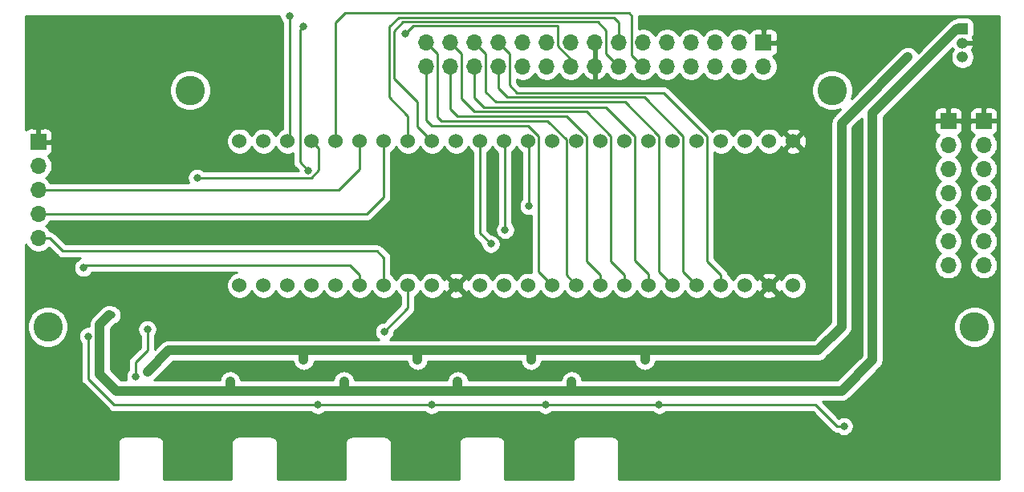
<source format=gbl>
G04 #@! TF.GenerationSoftware,KiCad,Pcbnew,5.1.5*
G04 #@! TF.CreationDate,2020-07-14T01:00:17+09:00*
G04 #@! TF.ProjectId,teabiscuits_compute,74656162-6973-4637-9569-74735f636f6d,rev?*
G04 #@! TF.SameCoordinates,Original*
G04 #@! TF.FileFunction,Copper,L2,Bot*
G04 #@! TF.FilePolarity,Positive*
%FSLAX46Y46*%
G04 Gerber Fmt 4.6, Leading zero omitted, Abs format (unit mm)*
G04 Created by KiCad (PCBNEW 5.1.5) date 2020-07-14 01:00:17*
%MOMM*%
%LPD*%
G04 APERTURE LIST*
%ADD10R,1.700000X1.700000*%
%ADD11O,1.700000X1.700000*%
%ADD12O,1.200000X1.200000*%
%ADD13C,0.100000*%
%ADD14C,1.524000*%
%ADD15C,3.110000*%
%ADD16C,0.800000*%
%ADD17C,1.000000*%
%ADD18C,0.250000*%
%ADD19C,0.254000*%
G04 APERTURE END LIST*
D10*
X209250000Y-109500000D03*
D11*
X209250000Y-112040000D03*
X209250000Y-114580000D03*
X209250000Y-117120000D03*
X209250000Y-119660000D03*
X209250000Y-122200000D03*
X209250000Y-124740000D03*
X213000000Y-124740000D03*
X213000000Y-122200000D03*
X213000000Y-119660000D03*
X213000000Y-117120000D03*
X213000000Y-114580000D03*
X213000000Y-112040000D03*
D10*
X213000000Y-109500000D03*
X113250000Y-111710000D03*
D11*
X113250000Y-114250000D03*
X113250000Y-116790000D03*
X113250000Y-119330000D03*
X113250000Y-121870000D03*
D12*
X210750000Y-102750000D03*
X210750000Y-101250000D03*
G04 #@! TA.AperFunction,ComponentPad*
D13*
G36*
X211190890Y-99150849D02*
G01*
X211208014Y-99153389D01*
X211224806Y-99157596D01*
X211241105Y-99163428D01*
X211256754Y-99170829D01*
X211271603Y-99179729D01*
X211285507Y-99190041D01*
X211298334Y-99201666D01*
X211309959Y-99214493D01*
X211320271Y-99228397D01*
X211329171Y-99243246D01*
X211336572Y-99258895D01*
X211342404Y-99275194D01*
X211346611Y-99291986D01*
X211349151Y-99309110D01*
X211350000Y-99326400D01*
X211350000Y-100173600D01*
X211349151Y-100190890D01*
X211346611Y-100208014D01*
X211342404Y-100224806D01*
X211336572Y-100241105D01*
X211329171Y-100256754D01*
X211320271Y-100271603D01*
X211309959Y-100285507D01*
X211298334Y-100298334D01*
X211285507Y-100309959D01*
X211271603Y-100320271D01*
X211256754Y-100329171D01*
X211241105Y-100336572D01*
X211224806Y-100342404D01*
X211208014Y-100346611D01*
X211190890Y-100349151D01*
X211173600Y-100350000D01*
X210326400Y-100350000D01*
X210309110Y-100349151D01*
X210291986Y-100346611D01*
X210275194Y-100342404D01*
X210258895Y-100336572D01*
X210243246Y-100329171D01*
X210228397Y-100320271D01*
X210214493Y-100309959D01*
X210201666Y-100298334D01*
X210190041Y-100285507D01*
X210179729Y-100271603D01*
X210170829Y-100256754D01*
X210163428Y-100241105D01*
X210157596Y-100224806D01*
X210153389Y-100208014D01*
X210150849Y-100190890D01*
X210150000Y-100173600D01*
X210150000Y-99326400D01*
X210150849Y-99309110D01*
X210153389Y-99291986D01*
X210157596Y-99275194D01*
X210163428Y-99258895D01*
X210170829Y-99243246D01*
X210179729Y-99228397D01*
X210190041Y-99214493D01*
X210201666Y-99201666D01*
X210214493Y-99190041D01*
X210228397Y-99179729D01*
X210243246Y-99170829D01*
X210258895Y-99163428D01*
X210275194Y-99157596D01*
X210291986Y-99153389D01*
X210309110Y-99150849D01*
X210326400Y-99150000D01*
X211173600Y-99150000D01*
X211190890Y-99150849D01*
G37*
G04 #@! TD.AperFunction*
D10*
X189750000Y-101210000D03*
D11*
X189750000Y-103750000D03*
X187210000Y-101210000D03*
X187210000Y-103750000D03*
X184670000Y-101210000D03*
X184670000Y-103750000D03*
X182130000Y-101210000D03*
X182130000Y-103750000D03*
X179590000Y-101210000D03*
X179590000Y-103750000D03*
X177050000Y-101210000D03*
X177050000Y-103750000D03*
X174510000Y-101210000D03*
X174510000Y-103750000D03*
X171970000Y-101210000D03*
X171970000Y-103750000D03*
X169430000Y-101210000D03*
X169430000Y-103750000D03*
X166890000Y-101210000D03*
X166890000Y-103750000D03*
X164350000Y-101210000D03*
X164350000Y-103750000D03*
X161810000Y-101210000D03*
X161810000Y-103750000D03*
X159270000Y-101210000D03*
X159270000Y-103750000D03*
X156730000Y-101210000D03*
X156730000Y-103750000D03*
X154190000Y-101210000D03*
X154190000Y-103750000D03*
D14*
X192900000Y-111630000D03*
X190360000Y-111630000D03*
X187820000Y-111630000D03*
X185280000Y-111630000D03*
X182740000Y-111630000D03*
X180200000Y-111630000D03*
X177660000Y-111630000D03*
X175120000Y-111630000D03*
X172580000Y-111630000D03*
X170040000Y-111630000D03*
X167500000Y-111630000D03*
X164960000Y-111630000D03*
X162420000Y-111630000D03*
X159880000Y-111630000D03*
X157340000Y-111630000D03*
X154800000Y-111630000D03*
X152260000Y-111630000D03*
X149720000Y-111630000D03*
X147180000Y-111630000D03*
X144640000Y-111630000D03*
X142100000Y-111630000D03*
X139560000Y-111630000D03*
X137020000Y-111630000D03*
X134480000Y-111630000D03*
X154800000Y-126870000D03*
X180200000Y-126870000D03*
X172580000Y-126870000D03*
X177660000Y-126870000D03*
X192900000Y-126870000D03*
X167500000Y-126870000D03*
X147180000Y-126870000D03*
X159880000Y-126870000D03*
X137020000Y-126870000D03*
X134480000Y-126870000D03*
X170040000Y-126870000D03*
X142100000Y-126870000D03*
X144640000Y-126870000D03*
X152260000Y-126870000D03*
X182740000Y-126870000D03*
X175120000Y-126870000D03*
X185280000Y-126870000D03*
X164960000Y-126870000D03*
X190360000Y-126870000D03*
X149720000Y-126870000D03*
X162420000Y-126870000D03*
X157340000Y-126870000D03*
X139560000Y-126870000D03*
X187820000Y-126870000D03*
D15*
X197000000Y-106250000D03*
X212000000Y-131250000D03*
X114250000Y-131250000D03*
D16*
X121000000Y-130000000D03*
X133500000Y-137000000D03*
X145500000Y-137000000D03*
X157500000Y-137000000D03*
X169500000Y-137000000D03*
X201250000Y-134750000D03*
X205000000Y-102750000D03*
X124750000Y-136000000D03*
X141250000Y-134750000D03*
X153250000Y-134750000D03*
X165250000Y-134750000D03*
X177250000Y-134750000D03*
D15*
X129250000Y-106250000D03*
D16*
X201250000Y-127500000D03*
X199500000Y-110500000D03*
X168500000Y-135500000D03*
X166000000Y-136500000D03*
X156500000Y-135500000D03*
X154000000Y-136500000D03*
X142000000Y-136537510D03*
X144500000Y-135500000D03*
X134500000Y-142000000D03*
X165000000Y-118500000D03*
X162500000Y-121000000D03*
X161000000Y-122500000D03*
X118000000Y-125000000D03*
X139750000Y-98375000D03*
X152000000Y-100250000D03*
X141250305Y-99525000D03*
X141750000Y-114750000D03*
X123500000Y-136500000D03*
X124750000Y-131500000D03*
X130000000Y-115500000D03*
X149750000Y-131750000D03*
X198250000Y-141750000D03*
X178750000Y-139500000D03*
X166750000Y-139500000D03*
X154750000Y-139500000D03*
X142750000Y-139500000D03*
X118500000Y-132250000D03*
D17*
X210150000Y-99750000D02*
X201250000Y-108650000D01*
D18*
X210750000Y-99750000D02*
X210150000Y-99750000D01*
D17*
X201250000Y-134750000D02*
X198000000Y-138000000D01*
X121500000Y-138000000D02*
X119750000Y-136250000D01*
X119750000Y-136250000D02*
X119750000Y-131000000D01*
X119750000Y-131000000D02*
X120750000Y-130000000D01*
D18*
X120750000Y-130000000D02*
X121000000Y-130000000D01*
D17*
X133250000Y-138000000D02*
X122500000Y-138000000D01*
X142750000Y-138000000D02*
X133500000Y-138000000D01*
X133500000Y-138000000D02*
X133500000Y-137000000D01*
X154750000Y-138000000D02*
X145500000Y-138000000D01*
X166750000Y-138000000D02*
X157500000Y-138000000D01*
X178750000Y-138000000D02*
X169500000Y-138000000D01*
X145500000Y-138000000D02*
X145500000Y-137000000D01*
X157500000Y-138000000D02*
X157500000Y-137000000D01*
X169500000Y-138000000D02*
X169500000Y-137000000D01*
X198000000Y-138000000D02*
X121500000Y-138000000D01*
X205000000Y-102750000D02*
X199000000Y-108750000D01*
X199000000Y-108750000D02*
X198000000Y-109750000D01*
X198000000Y-109750000D02*
X198000000Y-124799998D01*
X198000000Y-124799998D02*
X198000000Y-131250000D01*
X198000000Y-131250000D02*
X195500000Y-133750000D01*
X127000000Y-133750000D02*
X124750000Y-136000000D01*
X141250000Y-133750000D02*
X141250000Y-134750000D01*
X153250000Y-133750000D02*
X153250000Y-134750000D01*
X165250000Y-133750000D02*
X165250000Y-134750000D01*
X177250000Y-133750000D02*
X177250000Y-134750000D01*
X195500000Y-133750000D02*
X141000000Y-133750000D01*
X141000000Y-133750000D02*
X127000000Y-133750000D01*
X201250000Y-127500000D02*
X201250000Y-134750000D01*
X201250000Y-108650000D02*
X201250000Y-127500000D01*
D18*
X165000000Y-111670000D02*
X164960000Y-111630000D01*
X165000000Y-118500000D02*
X165000000Y-111670000D01*
X162500000Y-111710000D02*
X162420000Y-111630000D01*
X162500000Y-121000000D02*
X162500000Y-111710000D01*
X159880000Y-121380000D02*
X159880000Y-111630000D01*
X161000000Y-122500000D02*
X159880000Y-121380000D01*
X147180000Y-125792370D02*
X146137630Y-124750000D01*
X147180000Y-126870000D02*
X147180000Y-125792370D01*
X146137630Y-124750000D02*
X118250000Y-124750000D01*
X118250000Y-124750000D02*
X118000000Y-125000000D01*
X113250000Y-116790000D02*
X144960000Y-116790000D01*
X147180000Y-114570000D02*
X147180000Y-111630000D01*
X144960000Y-116790000D02*
X147180000Y-114570000D01*
X113250000Y-119330000D02*
X147920000Y-119330000D01*
X149720000Y-117530000D02*
X149720000Y-111630000D01*
X147920000Y-119330000D02*
X149720000Y-117530000D01*
X114452081Y-121870000D02*
X115832081Y-123250000D01*
X113250000Y-121870000D02*
X114452081Y-121870000D01*
X115832081Y-123250000D02*
X149000000Y-123250000D01*
X149720000Y-123970000D02*
X149720000Y-126870000D01*
X149000000Y-123250000D02*
X149720000Y-123970000D01*
X174510000Y-100007919D02*
X174500000Y-99997919D01*
X174510000Y-101210000D02*
X174510000Y-99060020D01*
X174510000Y-99060020D02*
X174000000Y-98550020D01*
X174000000Y-98550020D02*
X151250000Y-98550020D01*
X153250000Y-107500000D02*
X153250000Y-110080000D01*
X150750000Y-105000000D02*
X153250000Y-107500000D01*
X150750000Y-100000000D02*
X150750000Y-105000000D01*
X173145001Y-102385001D02*
X173145001Y-99895001D01*
X174510000Y-103750000D02*
X173145001Y-102385001D01*
X173145001Y-99895001D02*
X172250030Y-99000030D01*
X172250030Y-99000030D02*
X151749970Y-99000030D01*
X153250000Y-110080000D02*
X154800000Y-111630000D01*
X151749970Y-99000030D02*
X150750000Y-100000000D01*
X151250000Y-98550020D02*
X150250000Y-99550020D01*
X150250000Y-99550020D02*
X150250000Y-107000000D01*
X152260000Y-109010000D02*
X152260000Y-111630000D01*
X150250000Y-107000000D02*
X152260000Y-109010000D01*
X144640000Y-99110000D02*
X144640000Y-111630000D01*
X175874999Y-102574999D02*
X175874999Y-98374999D01*
X177050000Y-103750000D02*
X175874999Y-102574999D01*
X175874999Y-98374999D02*
X175600010Y-98100010D01*
X175600010Y-98100010D02*
X145649990Y-98100010D01*
X145649990Y-98100010D02*
X144640000Y-99110000D01*
X139750000Y-111440000D02*
X139560000Y-111630000D01*
X139750000Y-98375000D02*
X139750000Y-111440000D01*
X168065001Y-101584003D02*
X168065001Y-99815001D01*
X169430000Y-103750000D02*
X169430000Y-102949002D01*
X169430000Y-102949002D02*
X168065001Y-101584003D01*
X168065001Y-99815001D02*
X168065001Y-99450040D01*
X168065001Y-99450040D02*
X152799960Y-99450040D01*
X152799960Y-99450040D02*
X152000000Y-100250000D01*
X164250000Y-103850000D02*
X164350000Y-103750000D01*
X140850306Y-113850306D02*
X141750000Y-114750000D01*
X140850306Y-99924999D02*
X140850306Y-113850306D01*
X141250305Y-99525000D02*
X140850306Y-99924999D01*
X166047001Y-111108239D02*
X164938762Y-110000000D01*
X167500000Y-126870000D02*
X166047001Y-125417001D01*
X166047001Y-125417001D02*
X166047001Y-111108239D01*
X164938762Y-110000000D02*
X154750000Y-110000000D01*
X154190000Y-109440000D02*
X154190000Y-103750000D01*
X154750000Y-110000000D02*
X154190000Y-109440000D01*
X168952999Y-111474237D02*
X166978762Y-109500000D01*
X170040000Y-126870000D02*
X168952999Y-125782999D01*
X168952999Y-125782999D02*
X168952999Y-111474237D01*
X155039999Y-102059999D02*
X154190000Y-101210000D01*
X155365001Y-102385001D02*
X155039999Y-102059999D01*
X155365001Y-109115001D02*
X155365001Y-102385001D01*
X155750000Y-109500000D02*
X155365001Y-109115001D01*
X166978762Y-109500000D02*
X155750000Y-109500000D01*
X171127001Y-111108239D02*
X169018762Y-109000000D01*
X171127001Y-124339371D02*
X171127001Y-111108239D01*
X172580000Y-126870000D02*
X172580000Y-125792370D01*
X172580000Y-125792370D02*
X171127001Y-124339371D01*
X169018762Y-109000000D02*
X157500000Y-109000000D01*
X156730000Y-108230000D02*
X156730000Y-103750000D01*
X157500000Y-109000000D02*
X156730000Y-108230000D01*
X173667001Y-111108239D02*
X171058762Y-108500000D01*
X173667001Y-124339371D02*
X173667001Y-111108239D01*
X175120000Y-126870000D02*
X175120000Y-125792370D01*
X175120000Y-125792370D02*
X173667001Y-124339371D01*
X171058762Y-108500000D02*
X159250000Y-108500000D01*
X157579999Y-102059999D02*
X156730000Y-101210000D01*
X157905001Y-102385001D02*
X157579999Y-102059999D01*
X157905001Y-107155001D02*
X157905001Y-102385001D01*
X159250000Y-108500000D02*
X157905001Y-107155001D01*
X177660000Y-126870000D02*
X177660000Y-125660000D01*
X176207001Y-111108239D02*
X173148752Y-108049990D01*
X177660000Y-125660000D02*
X176207001Y-124207001D01*
X176207001Y-124207001D02*
X176207001Y-111108239D01*
X173148752Y-108049990D02*
X160299990Y-108049990D01*
X159270000Y-107020000D02*
X159270000Y-103750000D01*
X160299990Y-108049990D02*
X159270000Y-107020000D01*
X178747001Y-111108239D02*
X175138762Y-107500000D01*
X180200000Y-126870000D02*
X178747001Y-125417001D01*
X178747001Y-125417001D02*
X178747001Y-111108239D01*
X175138762Y-107500000D02*
X161500000Y-107500000D01*
X160445001Y-102385001D02*
X160119999Y-102059999D01*
X160445001Y-106445001D02*
X160445001Y-102385001D01*
X160119999Y-102059999D02*
X159270000Y-101210000D01*
X161500000Y-107500000D02*
X160445001Y-106445001D01*
X181287001Y-111108239D02*
X177178762Y-107000000D01*
X182740000Y-126870000D02*
X181287001Y-125417001D01*
X181287001Y-125417001D02*
X181287001Y-111108239D01*
X177178762Y-107000000D02*
X162750000Y-107000000D01*
X161810000Y-106060000D02*
X161810000Y-103750000D01*
X162750000Y-107000000D02*
X161810000Y-106060000D01*
X185280000Y-126870000D02*
X185280000Y-125780000D01*
X183827001Y-111108239D02*
X179268752Y-106549990D01*
X183827001Y-124339371D02*
X183827001Y-111108239D01*
X185280000Y-126870000D02*
X185280000Y-125792370D01*
X185280000Y-125792370D02*
X183827001Y-124339371D01*
X165410988Y-106549990D02*
X165360998Y-106500000D01*
X179268752Y-106549990D02*
X165410988Y-106549990D01*
X165360998Y-106500000D02*
X163750000Y-106500000D01*
X162985001Y-102385001D02*
X162659999Y-102059999D01*
X162659999Y-102059999D02*
X161810000Y-101210000D01*
X162985001Y-105735001D02*
X162985001Y-102385001D01*
X163750000Y-106500000D02*
X162985001Y-105735001D01*
X123500000Y-136500000D02*
X123500000Y-135000000D01*
X123500000Y-135000000D02*
X124750000Y-133750000D01*
X124750000Y-133750000D02*
X124750000Y-131500000D01*
X142073002Y-115500000D02*
X130000000Y-115500000D01*
X142861999Y-114711003D02*
X142073002Y-115500000D01*
X142100000Y-111630000D02*
X142861999Y-112391999D01*
X142861999Y-112391999D02*
X142861999Y-114711003D01*
X152260000Y-129240000D02*
X152260000Y-126870000D01*
X149750000Y-131750000D02*
X152260000Y-129240000D01*
X198250000Y-141750000D02*
X197500000Y-141750000D01*
X197500000Y-141750000D02*
X195250000Y-139500000D01*
X195250000Y-139500000D02*
X178750000Y-139500000D01*
X178750000Y-139500000D02*
X166750000Y-139500000D01*
X166750000Y-139500000D02*
X154750000Y-139500000D01*
X154750000Y-139500000D02*
X142750000Y-139500000D01*
X142750000Y-139500000D02*
X121250000Y-139500000D01*
X121250000Y-139500000D02*
X118500000Y-136750000D01*
X118500000Y-136750000D02*
X118500000Y-132250000D01*
D19*
G36*
X214590001Y-147340000D02*
G01*
X174495000Y-147340000D01*
X174495000Y-143533647D01*
X174498314Y-143500000D01*
X174485088Y-143365717D01*
X174445919Y-143236594D01*
X174382312Y-143117593D01*
X174296711Y-143013289D01*
X174192407Y-142927688D01*
X174073406Y-142864081D01*
X173944283Y-142824912D01*
X173843647Y-142815000D01*
X173810000Y-142811686D01*
X173776353Y-142815000D01*
X170343647Y-142815000D01*
X170310000Y-142811686D01*
X170276353Y-142815000D01*
X170175717Y-142824912D01*
X170046594Y-142864081D01*
X169927593Y-142927688D01*
X169823289Y-143013289D01*
X169737688Y-143117593D01*
X169674081Y-143236594D01*
X169634912Y-143365717D01*
X169621686Y-143500000D01*
X169625000Y-143533647D01*
X169625001Y-147340000D01*
X162495000Y-147340000D01*
X162495000Y-143533647D01*
X162498314Y-143500000D01*
X162485088Y-143365717D01*
X162445919Y-143236594D01*
X162382312Y-143117593D01*
X162296711Y-143013289D01*
X162192407Y-142927688D01*
X162073406Y-142864081D01*
X161944283Y-142824912D01*
X161843647Y-142815000D01*
X161810000Y-142811686D01*
X161776353Y-142815000D01*
X158343647Y-142815000D01*
X158310000Y-142811686D01*
X158276353Y-142815000D01*
X158175717Y-142824912D01*
X158046594Y-142864081D01*
X157927593Y-142927688D01*
X157823289Y-143013289D01*
X157737688Y-143117593D01*
X157674081Y-143236594D01*
X157634912Y-143365717D01*
X157621686Y-143500000D01*
X157625000Y-143533647D01*
X157625001Y-147340000D01*
X150495000Y-147340000D01*
X150495000Y-143533647D01*
X150498314Y-143500000D01*
X150485088Y-143365717D01*
X150445919Y-143236594D01*
X150382312Y-143117593D01*
X150296711Y-143013289D01*
X150192407Y-142927688D01*
X150073406Y-142864081D01*
X149944283Y-142824912D01*
X149843647Y-142815000D01*
X149810000Y-142811686D01*
X149776353Y-142815000D01*
X146343647Y-142815000D01*
X146310000Y-142811686D01*
X146276353Y-142815000D01*
X146175717Y-142824912D01*
X146046594Y-142864081D01*
X145927593Y-142927688D01*
X145823289Y-143013289D01*
X145737688Y-143117593D01*
X145674081Y-143236594D01*
X145634912Y-143365717D01*
X145621686Y-143500000D01*
X145625000Y-143533647D01*
X145625001Y-147340000D01*
X138495000Y-147340000D01*
X138495000Y-143533647D01*
X138498314Y-143500000D01*
X138485088Y-143365717D01*
X138445919Y-143236594D01*
X138382312Y-143117593D01*
X138296711Y-143013289D01*
X138192407Y-142927688D01*
X138073406Y-142864081D01*
X137944283Y-142824912D01*
X137843647Y-142815000D01*
X137810000Y-142811686D01*
X137776353Y-142815000D01*
X134343647Y-142815000D01*
X134310000Y-142811686D01*
X134276353Y-142815000D01*
X134175717Y-142824912D01*
X134046594Y-142864081D01*
X133927593Y-142927688D01*
X133823289Y-143013289D01*
X133737688Y-143117593D01*
X133674081Y-143236594D01*
X133634912Y-143365717D01*
X133621686Y-143500000D01*
X133625000Y-143533647D01*
X133625001Y-147340000D01*
X126495000Y-147340000D01*
X126495000Y-143533647D01*
X126498314Y-143500000D01*
X126485088Y-143365717D01*
X126445919Y-143236594D01*
X126382312Y-143117593D01*
X126296711Y-143013289D01*
X126192407Y-142927688D01*
X126073406Y-142864081D01*
X125944283Y-142824912D01*
X125843647Y-142815000D01*
X125810000Y-142811686D01*
X125776353Y-142815000D01*
X122343647Y-142815000D01*
X122310000Y-142811686D01*
X122276353Y-142815000D01*
X122175717Y-142824912D01*
X122046594Y-142864081D01*
X121927593Y-142927688D01*
X121823289Y-143013289D01*
X121737688Y-143117593D01*
X121674081Y-143236594D01*
X121634912Y-143365717D01*
X121621686Y-143500000D01*
X121625000Y-143533647D01*
X121625001Y-147340000D01*
X111910000Y-147340000D01*
X111910000Y-131034304D01*
X112060000Y-131034304D01*
X112060000Y-131465696D01*
X112144161Y-131888799D01*
X112309248Y-132287354D01*
X112548916Y-132646043D01*
X112853957Y-132951084D01*
X113212646Y-133190752D01*
X113611201Y-133355839D01*
X114034304Y-133440000D01*
X114465696Y-133440000D01*
X114888799Y-133355839D01*
X115287354Y-133190752D01*
X115646043Y-132951084D01*
X115951084Y-132646043D01*
X116190752Y-132287354D01*
X116355839Y-131888799D01*
X116440000Y-131465696D01*
X116440000Y-131034304D01*
X116355839Y-130611201D01*
X116190752Y-130212646D01*
X115951084Y-129853957D01*
X115646043Y-129548916D01*
X115287354Y-129309248D01*
X114888799Y-129144161D01*
X114465696Y-129060000D01*
X114034304Y-129060000D01*
X113611201Y-129144161D01*
X113212646Y-129309248D01*
X112853957Y-129548916D01*
X112548916Y-129853957D01*
X112309248Y-130212646D01*
X112144161Y-130611201D01*
X112060000Y-131034304D01*
X111910000Y-131034304D01*
X111910000Y-122515445D01*
X111934010Y-122573411D01*
X112096525Y-122816632D01*
X112303368Y-123023475D01*
X112546589Y-123185990D01*
X112816842Y-123297932D01*
X113103740Y-123355000D01*
X113396260Y-123355000D01*
X113683158Y-123297932D01*
X113953411Y-123185990D01*
X114196632Y-123023475D01*
X114363693Y-122856414D01*
X115268281Y-123761002D01*
X115292080Y-123790001D01*
X115407805Y-123884974D01*
X115539834Y-123955546D01*
X115683095Y-123999003D01*
X115794748Y-124010000D01*
X115794756Y-124010000D01*
X115832081Y-124013676D01*
X115869406Y-124010000D01*
X117685485Y-124010000D01*
X117509744Y-124082795D01*
X117340226Y-124196063D01*
X117196063Y-124340226D01*
X117082795Y-124509744D01*
X117004774Y-124698102D01*
X116965000Y-124898061D01*
X116965000Y-125101939D01*
X117004774Y-125301898D01*
X117082795Y-125490256D01*
X117196063Y-125659774D01*
X117340226Y-125803937D01*
X117509744Y-125917205D01*
X117698102Y-125995226D01*
X117898061Y-126035000D01*
X118101939Y-126035000D01*
X118301898Y-125995226D01*
X118490256Y-125917205D01*
X118659774Y-125803937D01*
X118803937Y-125659774D01*
X118904013Y-125510000D01*
X134156396Y-125510000D01*
X134072510Y-125526686D01*
X133818273Y-125631995D01*
X133589465Y-125784880D01*
X133394880Y-125979465D01*
X133241995Y-126208273D01*
X133136686Y-126462510D01*
X133083000Y-126732408D01*
X133083000Y-127007592D01*
X133136686Y-127277490D01*
X133241995Y-127531727D01*
X133394880Y-127760535D01*
X133589465Y-127955120D01*
X133818273Y-128108005D01*
X134072510Y-128213314D01*
X134342408Y-128267000D01*
X134617592Y-128267000D01*
X134887490Y-128213314D01*
X135141727Y-128108005D01*
X135370535Y-127955120D01*
X135565120Y-127760535D01*
X135718005Y-127531727D01*
X135750000Y-127454485D01*
X135781995Y-127531727D01*
X135934880Y-127760535D01*
X136129465Y-127955120D01*
X136358273Y-128108005D01*
X136612510Y-128213314D01*
X136882408Y-128267000D01*
X137157592Y-128267000D01*
X137427490Y-128213314D01*
X137681727Y-128108005D01*
X137910535Y-127955120D01*
X138105120Y-127760535D01*
X138258005Y-127531727D01*
X138290000Y-127454485D01*
X138321995Y-127531727D01*
X138474880Y-127760535D01*
X138669465Y-127955120D01*
X138898273Y-128108005D01*
X139152510Y-128213314D01*
X139422408Y-128267000D01*
X139697592Y-128267000D01*
X139967490Y-128213314D01*
X140221727Y-128108005D01*
X140450535Y-127955120D01*
X140645120Y-127760535D01*
X140798005Y-127531727D01*
X140830000Y-127454485D01*
X140861995Y-127531727D01*
X141014880Y-127760535D01*
X141209465Y-127955120D01*
X141438273Y-128108005D01*
X141692510Y-128213314D01*
X141962408Y-128267000D01*
X142237592Y-128267000D01*
X142507490Y-128213314D01*
X142761727Y-128108005D01*
X142990535Y-127955120D01*
X143185120Y-127760535D01*
X143338005Y-127531727D01*
X143370000Y-127454485D01*
X143401995Y-127531727D01*
X143554880Y-127760535D01*
X143749465Y-127955120D01*
X143978273Y-128108005D01*
X144232510Y-128213314D01*
X144502408Y-128267000D01*
X144777592Y-128267000D01*
X145047490Y-128213314D01*
X145301727Y-128108005D01*
X145530535Y-127955120D01*
X145725120Y-127760535D01*
X145878005Y-127531727D01*
X145910000Y-127454485D01*
X145941995Y-127531727D01*
X146094880Y-127760535D01*
X146289465Y-127955120D01*
X146518273Y-128108005D01*
X146772510Y-128213314D01*
X147042408Y-128267000D01*
X147317592Y-128267000D01*
X147587490Y-128213314D01*
X147841727Y-128108005D01*
X148070535Y-127955120D01*
X148265120Y-127760535D01*
X148418005Y-127531727D01*
X148450000Y-127454485D01*
X148481995Y-127531727D01*
X148634880Y-127760535D01*
X148829465Y-127955120D01*
X149058273Y-128108005D01*
X149312510Y-128213314D01*
X149582408Y-128267000D01*
X149857592Y-128267000D01*
X150127490Y-128213314D01*
X150381727Y-128108005D01*
X150610535Y-127955120D01*
X150805120Y-127760535D01*
X150958005Y-127531727D01*
X150990000Y-127454485D01*
X151021995Y-127531727D01*
X151174880Y-127760535D01*
X151369465Y-127955120D01*
X151500001Y-128042341D01*
X151500000Y-128925198D01*
X149710199Y-130715000D01*
X149648061Y-130715000D01*
X149448102Y-130754774D01*
X149259744Y-130832795D01*
X149090226Y-130946063D01*
X148946063Y-131090226D01*
X148832795Y-131259744D01*
X148754774Y-131448102D01*
X148715000Y-131648061D01*
X148715000Y-131851939D01*
X148754774Y-132051898D01*
X148832795Y-132240256D01*
X148946063Y-132409774D01*
X149090226Y-132553937D01*
X149181613Y-132615000D01*
X141305751Y-132615000D01*
X141250000Y-132609509D01*
X141194248Y-132615000D01*
X127055752Y-132615000D01*
X127000000Y-132609509D01*
X126777501Y-132631423D01*
X126563553Y-132696324D01*
X126366377Y-132801716D01*
X126236856Y-132908011D01*
X126236854Y-132908013D01*
X126193551Y-132943551D01*
X126158013Y-132986854D01*
X125510000Y-133634868D01*
X125510000Y-132203711D01*
X125553937Y-132159774D01*
X125667205Y-131990256D01*
X125745226Y-131801898D01*
X125785000Y-131601939D01*
X125785000Y-131398061D01*
X125745226Y-131198102D01*
X125667205Y-131009744D01*
X125553937Y-130840226D01*
X125409774Y-130696063D01*
X125240256Y-130582795D01*
X125051898Y-130504774D01*
X124851939Y-130465000D01*
X124648061Y-130465000D01*
X124448102Y-130504774D01*
X124259744Y-130582795D01*
X124090226Y-130696063D01*
X123946063Y-130840226D01*
X123832795Y-131009744D01*
X123754774Y-131198102D01*
X123715000Y-131398061D01*
X123715000Y-131601939D01*
X123754774Y-131801898D01*
X123832795Y-131990256D01*
X123946063Y-132159774D01*
X123990001Y-132203712D01*
X123990000Y-133435198D01*
X122988998Y-134436201D01*
X122960000Y-134459999D01*
X122936202Y-134488997D01*
X122936201Y-134488998D01*
X122865026Y-134575724D01*
X122794454Y-134707754D01*
X122750998Y-134851015D01*
X122736324Y-135000000D01*
X122740001Y-135037332D01*
X122740000Y-135796289D01*
X122696063Y-135840226D01*
X122582795Y-136009744D01*
X122504774Y-136198102D01*
X122465000Y-136398061D01*
X122465000Y-136601939D01*
X122504774Y-136801898D01*
X122530912Y-136865000D01*
X121970133Y-136865000D01*
X120885000Y-135779869D01*
X120885000Y-131470132D01*
X121400925Y-130954207D01*
X121490256Y-130917205D01*
X121659774Y-130803937D01*
X121803937Y-130659774D01*
X121917205Y-130490256D01*
X121995226Y-130301898D01*
X122035000Y-130101939D01*
X122035000Y-129898061D01*
X121995226Y-129698102D01*
X121917205Y-129509744D01*
X121803937Y-129340226D01*
X121659774Y-129196063D01*
X121490256Y-129082795D01*
X121301898Y-129004774D01*
X121292186Y-129002842D01*
X121186447Y-128946324D01*
X120972499Y-128881423D01*
X120750000Y-128859509D01*
X120527501Y-128881423D01*
X120313553Y-128946324D01*
X120116377Y-129051716D01*
X119986856Y-129158011D01*
X118986859Y-130158009D01*
X118943552Y-130193551D01*
X118801717Y-130366377D01*
X118749002Y-130465000D01*
X118696324Y-130563554D01*
X118631423Y-130777502D01*
X118609509Y-131000000D01*
X118615001Y-131055761D01*
X118615001Y-131217598D01*
X118601939Y-131215000D01*
X118398061Y-131215000D01*
X118198102Y-131254774D01*
X118009744Y-131332795D01*
X117840226Y-131446063D01*
X117696063Y-131590226D01*
X117582795Y-131759744D01*
X117504774Y-131948102D01*
X117465000Y-132148061D01*
X117465000Y-132351939D01*
X117504774Y-132551898D01*
X117582795Y-132740256D01*
X117696063Y-132909774D01*
X117740001Y-132953712D01*
X117740000Y-136712677D01*
X117736324Y-136750000D01*
X117740000Y-136787322D01*
X117740000Y-136787332D01*
X117750997Y-136898985D01*
X117780191Y-136995226D01*
X117794454Y-137042246D01*
X117865026Y-137174276D01*
X117880845Y-137193551D01*
X117959999Y-137290001D01*
X117989003Y-137313804D01*
X120686200Y-140011002D01*
X120709999Y-140040001D01*
X120825724Y-140134974D01*
X120957753Y-140205546D01*
X121101014Y-140249003D01*
X121212667Y-140260000D01*
X121212676Y-140260000D01*
X121249999Y-140263676D01*
X121287322Y-140260000D01*
X142046289Y-140260000D01*
X142090226Y-140303937D01*
X142259744Y-140417205D01*
X142448102Y-140495226D01*
X142648061Y-140535000D01*
X142851939Y-140535000D01*
X143051898Y-140495226D01*
X143240256Y-140417205D01*
X143409774Y-140303937D01*
X143453711Y-140260000D01*
X154046289Y-140260000D01*
X154090226Y-140303937D01*
X154259744Y-140417205D01*
X154448102Y-140495226D01*
X154648061Y-140535000D01*
X154851939Y-140535000D01*
X155051898Y-140495226D01*
X155240256Y-140417205D01*
X155409774Y-140303937D01*
X155453711Y-140260000D01*
X166046289Y-140260000D01*
X166090226Y-140303937D01*
X166259744Y-140417205D01*
X166448102Y-140495226D01*
X166648061Y-140535000D01*
X166851939Y-140535000D01*
X167051898Y-140495226D01*
X167240256Y-140417205D01*
X167409774Y-140303937D01*
X167453711Y-140260000D01*
X178046289Y-140260000D01*
X178090226Y-140303937D01*
X178259744Y-140417205D01*
X178448102Y-140495226D01*
X178648061Y-140535000D01*
X178851939Y-140535000D01*
X179051898Y-140495226D01*
X179240256Y-140417205D01*
X179409774Y-140303937D01*
X179453711Y-140260000D01*
X194935199Y-140260000D01*
X196936201Y-142261003D01*
X196959999Y-142290001D01*
X196988997Y-142313799D01*
X197075724Y-142384974D01*
X197207753Y-142455546D01*
X197351014Y-142499003D01*
X197500000Y-142513677D01*
X197537333Y-142510000D01*
X197546289Y-142510000D01*
X197590226Y-142553937D01*
X197759744Y-142667205D01*
X197948102Y-142745226D01*
X198148061Y-142785000D01*
X198351939Y-142785000D01*
X198551898Y-142745226D01*
X198740256Y-142667205D01*
X198909774Y-142553937D01*
X199053937Y-142409774D01*
X199167205Y-142240256D01*
X199245226Y-142051898D01*
X199285000Y-141851939D01*
X199285000Y-141648061D01*
X199245226Y-141448102D01*
X199167205Y-141259744D01*
X199053937Y-141090226D01*
X198909774Y-140946063D01*
X198740256Y-140832795D01*
X198551898Y-140754774D01*
X198351939Y-140715000D01*
X198148061Y-140715000D01*
X197948102Y-140754774D01*
X197759744Y-140832795D01*
X197698511Y-140873709D01*
X195959801Y-139135000D01*
X197944249Y-139135000D01*
X198000000Y-139140491D01*
X198055751Y-139135000D01*
X198055752Y-139135000D01*
X198222499Y-139118577D01*
X198436447Y-139053676D01*
X198633623Y-138948284D01*
X198806449Y-138806449D01*
X198841996Y-138763135D01*
X202013141Y-135591991D01*
X202056449Y-135556449D01*
X202198284Y-135383623D01*
X202303676Y-135186447D01*
X202368577Y-134972499D01*
X202385000Y-134805752D01*
X202390491Y-134750001D01*
X202385000Y-134694249D01*
X202385000Y-131034304D01*
X209810000Y-131034304D01*
X209810000Y-131465696D01*
X209894161Y-131888799D01*
X210059248Y-132287354D01*
X210298916Y-132646043D01*
X210603957Y-132951084D01*
X210962646Y-133190752D01*
X211361201Y-133355839D01*
X211784304Y-133440000D01*
X212215696Y-133440000D01*
X212638799Y-133355839D01*
X213037354Y-133190752D01*
X213396043Y-132951084D01*
X213701084Y-132646043D01*
X213940752Y-132287354D01*
X214105839Y-131888799D01*
X214190000Y-131465696D01*
X214190000Y-131034304D01*
X214105839Y-130611201D01*
X213940752Y-130212646D01*
X213701084Y-129853957D01*
X213396043Y-129548916D01*
X213037354Y-129309248D01*
X212638799Y-129144161D01*
X212215696Y-129060000D01*
X211784304Y-129060000D01*
X211361201Y-129144161D01*
X210962646Y-129309248D01*
X210603957Y-129548916D01*
X210298916Y-129853957D01*
X210059248Y-130212646D01*
X209894161Y-130611201D01*
X209810000Y-131034304D01*
X202385000Y-131034304D01*
X202385000Y-110350000D01*
X207761928Y-110350000D01*
X207774188Y-110474482D01*
X207810498Y-110594180D01*
X207869463Y-110704494D01*
X207948815Y-110801185D01*
X208045506Y-110880537D01*
X208155820Y-110939502D01*
X208228380Y-110961513D01*
X208096525Y-111093368D01*
X207934010Y-111336589D01*
X207822068Y-111606842D01*
X207765000Y-111893740D01*
X207765000Y-112186260D01*
X207822068Y-112473158D01*
X207934010Y-112743411D01*
X208096525Y-112986632D01*
X208303368Y-113193475D01*
X208477760Y-113310000D01*
X208303368Y-113426525D01*
X208096525Y-113633368D01*
X207934010Y-113876589D01*
X207822068Y-114146842D01*
X207765000Y-114433740D01*
X207765000Y-114726260D01*
X207822068Y-115013158D01*
X207934010Y-115283411D01*
X208096525Y-115526632D01*
X208303368Y-115733475D01*
X208477760Y-115850000D01*
X208303368Y-115966525D01*
X208096525Y-116173368D01*
X207934010Y-116416589D01*
X207822068Y-116686842D01*
X207765000Y-116973740D01*
X207765000Y-117266260D01*
X207822068Y-117553158D01*
X207934010Y-117823411D01*
X208096525Y-118066632D01*
X208303368Y-118273475D01*
X208477760Y-118390000D01*
X208303368Y-118506525D01*
X208096525Y-118713368D01*
X207934010Y-118956589D01*
X207822068Y-119226842D01*
X207765000Y-119513740D01*
X207765000Y-119806260D01*
X207822068Y-120093158D01*
X207934010Y-120363411D01*
X208096525Y-120606632D01*
X208303368Y-120813475D01*
X208477760Y-120930000D01*
X208303368Y-121046525D01*
X208096525Y-121253368D01*
X207934010Y-121496589D01*
X207822068Y-121766842D01*
X207765000Y-122053740D01*
X207765000Y-122346260D01*
X207822068Y-122633158D01*
X207934010Y-122903411D01*
X208096525Y-123146632D01*
X208303368Y-123353475D01*
X208477760Y-123470000D01*
X208303368Y-123586525D01*
X208096525Y-123793368D01*
X207934010Y-124036589D01*
X207822068Y-124306842D01*
X207765000Y-124593740D01*
X207765000Y-124886260D01*
X207822068Y-125173158D01*
X207934010Y-125443411D01*
X208096525Y-125686632D01*
X208303368Y-125893475D01*
X208546589Y-126055990D01*
X208816842Y-126167932D01*
X209103740Y-126225000D01*
X209396260Y-126225000D01*
X209683158Y-126167932D01*
X209953411Y-126055990D01*
X210196632Y-125893475D01*
X210403475Y-125686632D01*
X210565990Y-125443411D01*
X210677932Y-125173158D01*
X210735000Y-124886260D01*
X210735000Y-124593740D01*
X210677932Y-124306842D01*
X210565990Y-124036589D01*
X210403475Y-123793368D01*
X210196632Y-123586525D01*
X210022240Y-123470000D01*
X210196632Y-123353475D01*
X210403475Y-123146632D01*
X210565990Y-122903411D01*
X210677932Y-122633158D01*
X210735000Y-122346260D01*
X210735000Y-122053740D01*
X210677932Y-121766842D01*
X210565990Y-121496589D01*
X210403475Y-121253368D01*
X210196632Y-121046525D01*
X210022240Y-120930000D01*
X210196632Y-120813475D01*
X210403475Y-120606632D01*
X210565990Y-120363411D01*
X210677932Y-120093158D01*
X210735000Y-119806260D01*
X210735000Y-119513740D01*
X210677932Y-119226842D01*
X210565990Y-118956589D01*
X210403475Y-118713368D01*
X210196632Y-118506525D01*
X210022240Y-118390000D01*
X210196632Y-118273475D01*
X210403475Y-118066632D01*
X210565990Y-117823411D01*
X210677932Y-117553158D01*
X210735000Y-117266260D01*
X210735000Y-116973740D01*
X210677932Y-116686842D01*
X210565990Y-116416589D01*
X210403475Y-116173368D01*
X210196632Y-115966525D01*
X210022240Y-115850000D01*
X210196632Y-115733475D01*
X210403475Y-115526632D01*
X210565990Y-115283411D01*
X210677932Y-115013158D01*
X210735000Y-114726260D01*
X210735000Y-114433740D01*
X210677932Y-114146842D01*
X210565990Y-113876589D01*
X210403475Y-113633368D01*
X210196632Y-113426525D01*
X210022240Y-113310000D01*
X210196632Y-113193475D01*
X210403475Y-112986632D01*
X210565990Y-112743411D01*
X210677932Y-112473158D01*
X210735000Y-112186260D01*
X210735000Y-111893740D01*
X210677932Y-111606842D01*
X210565990Y-111336589D01*
X210403475Y-111093368D01*
X210271620Y-110961513D01*
X210344180Y-110939502D01*
X210454494Y-110880537D01*
X210551185Y-110801185D01*
X210630537Y-110704494D01*
X210689502Y-110594180D01*
X210725812Y-110474482D01*
X210738072Y-110350000D01*
X211511928Y-110350000D01*
X211524188Y-110474482D01*
X211560498Y-110594180D01*
X211619463Y-110704494D01*
X211698815Y-110801185D01*
X211795506Y-110880537D01*
X211905820Y-110939502D01*
X211978380Y-110961513D01*
X211846525Y-111093368D01*
X211684010Y-111336589D01*
X211572068Y-111606842D01*
X211515000Y-111893740D01*
X211515000Y-112186260D01*
X211572068Y-112473158D01*
X211684010Y-112743411D01*
X211846525Y-112986632D01*
X212053368Y-113193475D01*
X212227760Y-113310000D01*
X212053368Y-113426525D01*
X211846525Y-113633368D01*
X211684010Y-113876589D01*
X211572068Y-114146842D01*
X211515000Y-114433740D01*
X211515000Y-114726260D01*
X211572068Y-115013158D01*
X211684010Y-115283411D01*
X211846525Y-115526632D01*
X212053368Y-115733475D01*
X212227760Y-115850000D01*
X212053368Y-115966525D01*
X211846525Y-116173368D01*
X211684010Y-116416589D01*
X211572068Y-116686842D01*
X211515000Y-116973740D01*
X211515000Y-117266260D01*
X211572068Y-117553158D01*
X211684010Y-117823411D01*
X211846525Y-118066632D01*
X212053368Y-118273475D01*
X212227760Y-118390000D01*
X212053368Y-118506525D01*
X211846525Y-118713368D01*
X211684010Y-118956589D01*
X211572068Y-119226842D01*
X211515000Y-119513740D01*
X211515000Y-119806260D01*
X211572068Y-120093158D01*
X211684010Y-120363411D01*
X211846525Y-120606632D01*
X212053368Y-120813475D01*
X212227760Y-120930000D01*
X212053368Y-121046525D01*
X211846525Y-121253368D01*
X211684010Y-121496589D01*
X211572068Y-121766842D01*
X211515000Y-122053740D01*
X211515000Y-122346260D01*
X211572068Y-122633158D01*
X211684010Y-122903411D01*
X211846525Y-123146632D01*
X212053368Y-123353475D01*
X212227760Y-123470000D01*
X212053368Y-123586525D01*
X211846525Y-123793368D01*
X211684010Y-124036589D01*
X211572068Y-124306842D01*
X211515000Y-124593740D01*
X211515000Y-124886260D01*
X211572068Y-125173158D01*
X211684010Y-125443411D01*
X211846525Y-125686632D01*
X212053368Y-125893475D01*
X212296589Y-126055990D01*
X212566842Y-126167932D01*
X212853740Y-126225000D01*
X213146260Y-126225000D01*
X213433158Y-126167932D01*
X213703411Y-126055990D01*
X213946632Y-125893475D01*
X214153475Y-125686632D01*
X214315990Y-125443411D01*
X214427932Y-125173158D01*
X214485000Y-124886260D01*
X214485000Y-124593740D01*
X214427932Y-124306842D01*
X214315990Y-124036589D01*
X214153475Y-123793368D01*
X213946632Y-123586525D01*
X213772240Y-123470000D01*
X213946632Y-123353475D01*
X214153475Y-123146632D01*
X214315990Y-122903411D01*
X214427932Y-122633158D01*
X214485000Y-122346260D01*
X214485000Y-122053740D01*
X214427932Y-121766842D01*
X214315990Y-121496589D01*
X214153475Y-121253368D01*
X213946632Y-121046525D01*
X213772240Y-120930000D01*
X213946632Y-120813475D01*
X214153475Y-120606632D01*
X214315990Y-120363411D01*
X214427932Y-120093158D01*
X214485000Y-119806260D01*
X214485000Y-119513740D01*
X214427932Y-119226842D01*
X214315990Y-118956589D01*
X214153475Y-118713368D01*
X213946632Y-118506525D01*
X213772240Y-118390000D01*
X213946632Y-118273475D01*
X214153475Y-118066632D01*
X214315990Y-117823411D01*
X214427932Y-117553158D01*
X214485000Y-117266260D01*
X214485000Y-116973740D01*
X214427932Y-116686842D01*
X214315990Y-116416589D01*
X214153475Y-116173368D01*
X213946632Y-115966525D01*
X213772240Y-115850000D01*
X213946632Y-115733475D01*
X214153475Y-115526632D01*
X214315990Y-115283411D01*
X214427932Y-115013158D01*
X214485000Y-114726260D01*
X214485000Y-114433740D01*
X214427932Y-114146842D01*
X214315990Y-113876589D01*
X214153475Y-113633368D01*
X213946632Y-113426525D01*
X213772240Y-113310000D01*
X213946632Y-113193475D01*
X214153475Y-112986632D01*
X214315990Y-112743411D01*
X214427932Y-112473158D01*
X214485000Y-112186260D01*
X214485000Y-111893740D01*
X214427932Y-111606842D01*
X214315990Y-111336589D01*
X214153475Y-111093368D01*
X214021620Y-110961513D01*
X214094180Y-110939502D01*
X214204494Y-110880537D01*
X214301185Y-110801185D01*
X214380537Y-110704494D01*
X214439502Y-110594180D01*
X214475812Y-110474482D01*
X214488072Y-110350000D01*
X214485000Y-109785750D01*
X214326250Y-109627000D01*
X213127000Y-109627000D01*
X213127000Y-109647000D01*
X212873000Y-109647000D01*
X212873000Y-109627000D01*
X211673750Y-109627000D01*
X211515000Y-109785750D01*
X211511928Y-110350000D01*
X210738072Y-110350000D01*
X210735000Y-109785750D01*
X210576250Y-109627000D01*
X209377000Y-109627000D01*
X209377000Y-109647000D01*
X209123000Y-109647000D01*
X209123000Y-109627000D01*
X207923750Y-109627000D01*
X207765000Y-109785750D01*
X207761928Y-110350000D01*
X202385000Y-110350000D01*
X202385000Y-109120131D01*
X202855131Y-108650000D01*
X207761928Y-108650000D01*
X207765000Y-109214250D01*
X207923750Y-109373000D01*
X209123000Y-109373000D01*
X209123000Y-108173750D01*
X209377000Y-108173750D01*
X209377000Y-109373000D01*
X210576250Y-109373000D01*
X210735000Y-109214250D01*
X210738072Y-108650000D01*
X211511928Y-108650000D01*
X211515000Y-109214250D01*
X211673750Y-109373000D01*
X212873000Y-109373000D01*
X212873000Y-108173750D01*
X213127000Y-108173750D01*
X213127000Y-109373000D01*
X214326250Y-109373000D01*
X214485000Y-109214250D01*
X214488072Y-108650000D01*
X214475812Y-108525518D01*
X214439502Y-108405820D01*
X214380537Y-108295506D01*
X214301185Y-108198815D01*
X214204494Y-108119463D01*
X214094180Y-108060498D01*
X213974482Y-108024188D01*
X213850000Y-108011928D01*
X213285750Y-108015000D01*
X213127000Y-108173750D01*
X212873000Y-108173750D01*
X212714250Y-108015000D01*
X212150000Y-108011928D01*
X212025518Y-108024188D01*
X211905820Y-108060498D01*
X211795506Y-108119463D01*
X211698815Y-108198815D01*
X211619463Y-108295506D01*
X211560498Y-108405820D01*
X211524188Y-108525518D01*
X211511928Y-108650000D01*
X210738072Y-108650000D01*
X210725812Y-108525518D01*
X210689502Y-108405820D01*
X210630537Y-108295506D01*
X210551185Y-108198815D01*
X210454494Y-108119463D01*
X210344180Y-108060498D01*
X210224482Y-108024188D01*
X210100000Y-108011928D01*
X209535750Y-108015000D01*
X209377000Y-108173750D01*
X209123000Y-108173750D01*
X208964250Y-108015000D01*
X208400000Y-108011928D01*
X208275518Y-108024188D01*
X208155820Y-108060498D01*
X208045506Y-108119463D01*
X207948815Y-108198815D01*
X207869463Y-108295506D01*
X207810498Y-108405820D01*
X207774188Y-108525518D01*
X207761928Y-108650000D01*
X202855131Y-108650000D01*
X209667961Y-101837172D01*
X209767378Y-101997656D01*
X209655557Y-102165008D01*
X209562460Y-102389764D01*
X209515000Y-102628363D01*
X209515000Y-102871637D01*
X209562460Y-103110236D01*
X209655557Y-103334992D01*
X209790713Y-103537267D01*
X209962733Y-103709287D01*
X210165008Y-103844443D01*
X210389764Y-103937540D01*
X210628363Y-103985000D01*
X210871637Y-103985000D01*
X211110236Y-103937540D01*
X211334992Y-103844443D01*
X211537267Y-103709287D01*
X211709287Y-103537267D01*
X211844443Y-103334992D01*
X211937540Y-103110236D01*
X211985000Y-102871637D01*
X211985000Y-102628363D01*
X211937540Y-102389764D01*
X211844443Y-102165008D01*
X211732622Y-101997656D01*
X211858572Y-101794341D01*
X211943467Y-101567610D01*
X211819709Y-101377000D01*
X210877000Y-101377000D01*
X210877000Y-101397000D01*
X210623000Y-101397000D01*
X210623000Y-101377000D01*
X210603000Y-101377000D01*
X210603000Y-101123000D01*
X210623000Y-101123000D01*
X210623000Y-101103000D01*
X210877000Y-101103000D01*
X210877000Y-101123000D01*
X211819709Y-101123000D01*
X211943467Y-100932390D01*
X211858572Y-100705659D01*
X211827146Y-100654930D01*
X211850809Y-100626096D01*
X211926074Y-100485285D01*
X211972422Y-100332496D01*
X211988072Y-100173600D01*
X211988072Y-99326400D01*
X211972422Y-99167504D01*
X211926074Y-99014715D01*
X211850809Y-98873904D01*
X211749519Y-98750481D01*
X211626096Y-98649191D01*
X211485285Y-98573926D01*
X211332496Y-98527578D01*
X211173600Y-98511928D01*
X210326400Y-98511928D01*
X210167504Y-98527578D01*
X210014715Y-98573926D01*
X209880434Y-98645701D01*
X209713553Y-98696324D01*
X209516377Y-98801716D01*
X209386856Y-98908011D01*
X206028470Y-102266398D01*
X205948283Y-102116378D01*
X205806448Y-101943552D01*
X205633622Y-101801717D01*
X205436446Y-101696325D01*
X205222498Y-101631424D01*
X204999999Y-101609510D01*
X204777500Y-101631424D01*
X204563552Y-101696325D01*
X204366376Y-101801717D01*
X204236856Y-101908012D01*
X198999610Y-107145259D01*
X199105839Y-106888799D01*
X199190000Y-106465696D01*
X199190000Y-106034304D01*
X199105839Y-105611201D01*
X198940752Y-105212646D01*
X198701084Y-104853957D01*
X198396043Y-104548916D01*
X198037354Y-104309248D01*
X197638799Y-104144161D01*
X197215696Y-104060000D01*
X196784304Y-104060000D01*
X196361201Y-104144161D01*
X195962646Y-104309248D01*
X195603957Y-104548916D01*
X195298916Y-104853957D01*
X195059248Y-105212646D01*
X194894161Y-105611201D01*
X194810000Y-106034304D01*
X194810000Y-106465696D01*
X194894161Y-106888799D01*
X195059248Y-107287354D01*
X195298916Y-107646043D01*
X195603957Y-107951084D01*
X195962646Y-108190752D01*
X196361201Y-108355839D01*
X196784304Y-108440000D01*
X197215696Y-108440000D01*
X197638799Y-108355839D01*
X197895257Y-108249610D01*
X197236864Y-108908005D01*
X197193551Y-108943551D01*
X197051716Y-109116377D01*
X196972818Y-109263987D01*
X196946324Y-109313554D01*
X196881423Y-109527502D01*
X196859509Y-109750000D01*
X196865000Y-109805751D01*
X196865001Y-124744237D01*
X196865000Y-124744247D01*
X196865001Y-130779867D01*
X195029869Y-132615000D01*
X177305751Y-132615000D01*
X177250000Y-132609509D01*
X177194248Y-132615000D01*
X165305751Y-132615000D01*
X165250000Y-132609509D01*
X165194248Y-132615000D01*
X153305751Y-132615000D01*
X153250000Y-132609509D01*
X153194248Y-132615000D01*
X150318387Y-132615000D01*
X150409774Y-132553937D01*
X150553937Y-132409774D01*
X150667205Y-132240256D01*
X150745226Y-132051898D01*
X150785000Y-131851939D01*
X150785000Y-131789801D01*
X152771004Y-129803798D01*
X152800001Y-129780001D01*
X152826332Y-129747917D01*
X152894974Y-129664277D01*
X152965546Y-129532247D01*
X152972372Y-129509744D01*
X153009003Y-129388986D01*
X153020000Y-129277333D01*
X153020000Y-129277324D01*
X153023676Y-129240001D01*
X153020000Y-129202678D01*
X153020000Y-128042341D01*
X153150535Y-127955120D01*
X153345120Y-127760535D01*
X153498005Y-127531727D01*
X153530000Y-127454485D01*
X153561995Y-127531727D01*
X153714880Y-127760535D01*
X153909465Y-127955120D01*
X154138273Y-128108005D01*
X154392510Y-128213314D01*
X154662408Y-128267000D01*
X154937592Y-128267000D01*
X155207490Y-128213314D01*
X155461727Y-128108005D01*
X155690535Y-127955120D01*
X155810090Y-127835565D01*
X156554040Y-127835565D01*
X156621020Y-128075656D01*
X156870048Y-128192756D01*
X157137135Y-128259023D01*
X157412017Y-128271910D01*
X157684133Y-128230922D01*
X157943023Y-128137636D01*
X158058980Y-128075656D01*
X158125960Y-127835565D01*
X157340000Y-127049605D01*
X156554040Y-127835565D01*
X155810090Y-127835565D01*
X155885120Y-127760535D01*
X156038005Y-127531727D01*
X156067692Y-127460057D01*
X156072364Y-127473023D01*
X156134344Y-127588980D01*
X156374435Y-127655960D01*
X157160395Y-126870000D01*
X156374435Y-126084040D01*
X156134344Y-126151020D01*
X156070515Y-126286760D01*
X156038005Y-126208273D01*
X155885120Y-125979465D01*
X155810090Y-125904435D01*
X156554040Y-125904435D01*
X157340000Y-126690395D01*
X158125960Y-125904435D01*
X158058980Y-125664344D01*
X157809952Y-125547244D01*
X157542865Y-125480977D01*
X157267983Y-125468090D01*
X156995867Y-125509078D01*
X156736977Y-125602364D01*
X156621020Y-125664344D01*
X156554040Y-125904435D01*
X155810090Y-125904435D01*
X155690535Y-125784880D01*
X155461727Y-125631995D01*
X155207490Y-125526686D01*
X154937592Y-125473000D01*
X154662408Y-125473000D01*
X154392510Y-125526686D01*
X154138273Y-125631995D01*
X153909465Y-125784880D01*
X153714880Y-125979465D01*
X153561995Y-126208273D01*
X153530000Y-126285515D01*
X153498005Y-126208273D01*
X153345120Y-125979465D01*
X153150535Y-125784880D01*
X152921727Y-125631995D01*
X152667490Y-125526686D01*
X152397592Y-125473000D01*
X152122408Y-125473000D01*
X151852510Y-125526686D01*
X151598273Y-125631995D01*
X151369465Y-125784880D01*
X151174880Y-125979465D01*
X151021995Y-126208273D01*
X150990000Y-126285515D01*
X150958005Y-126208273D01*
X150805120Y-125979465D01*
X150610535Y-125784880D01*
X150480000Y-125697659D01*
X150480000Y-124007325D01*
X150483676Y-123970000D01*
X150480000Y-123932675D01*
X150480000Y-123932667D01*
X150469003Y-123821014D01*
X150425546Y-123677753D01*
X150354974Y-123545724D01*
X150260001Y-123429999D01*
X150231004Y-123406202D01*
X149563803Y-122739002D01*
X149540001Y-122709999D01*
X149424276Y-122615026D01*
X149292247Y-122544454D01*
X149148986Y-122500997D01*
X149037333Y-122490000D01*
X149037322Y-122490000D01*
X149000000Y-122486324D01*
X148962678Y-122490000D01*
X116146883Y-122490000D01*
X115015885Y-121359003D01*
X114992082Y-121329999D01*
X114876357Y-121235026D01*
X114744328Y-121164454D01*
X114601067Y-121120997D01*
X114530909Y-121114087D01*
X114403475Y-120923368D01*
X114196632Y-120716525D01*
X114022240Y-120600000D01*
X114196632Y-120483475D01*
X114403475Y-120276632D01*
X114528178Y-120090000D01*
X147882678Y-120090000D01*
X147920000Y-120093676D01*
X147957322Y-120090000D01*
X147957333Y-120090000D01*
X148068986Y-120079003D01*
X148212247Y-120035546D01*
X148344276Y-119964974D01*
X148460001Y-119870001D01*
X148483803Y-119840998D01*
X150231009Y-118093794D01*
X150260001Y-118070001D01*
X150283795Y-118041008D01*
X150283799Y-118041004D01*
X150354973Y-117954277D01*
X150354974Y-117954276D01*
X150425546Y-117822247D01*
X150469003Y-117678986D01*
X150480000Y-117567333D01*
X150480000Y-117567324D01*
X150483676Y-117530001D01*
X150480000Y-117492678D01*
X150480000Y-112802341D01*
X150610535Y-112715120D01*
X150805120Y-112520535D01*
X150958005Y-112291727D01*
X150990000Y-112214485D01*
X151021995Y-112291727D01*
X151174880Y-112520535D01*
X151369465Y-112715120D01*
X151598273Y-112868005D01*
X151852510Y-112973314D01*
X152122408Y-113027000D01*
X152397592Y-113027000D01*
X152667490Y-112973314D01*
X152921727Y-112868005D01*
X153150535Y-112715120D01*
X153345120Y-112520535D01*
X153498005Y-112291727D01*
X153530000Y-112214485D01*
X153561995Y-112291727D01*
X153714880Y-112520535D01*
X153909465Y-112715120D01*
X154138273Y-112868005D01*
X154392510Y-112973314D01*
X154662408Y-113027000D01*
X154937592Y-113027000D01*
X155207490Y-112973314D01*
X155461727Y-112868005D01*
X155690535Y-112715120D01*
X155885120Y-112520535D01*
X156038005Y-112291727D01*
X156070000Y-112214485D01*
X156101995Y-112291727D01*
X156254880Y-112520535D01*
X156449465Y-112715120D01*
X156678273Y-112868005D01*
X156932510Y-112973314D01*
X157202408Y-113027000D01*
X157477592Y-113027000D01*
X157747490Y-112973314D01*
X158001727Y-112868005D01*
X158230535Y-112715120D01*
X158425120Y-112520535D01*
X158578005Y-112291727D01*
X158610000Y-112214485D01*
X158641995Y-112291727D01*
X158794880Y-112520535D01*
X158989465Y-112715120D01*
X159120001Y-112802342D01*
X159120000Y-121342678D01*
X159116324Y-121380000D01*
X159120000Y-121417322D01*
X159120000Y-121417332D01*
X159130997Y-121528985D01*
X159145791Y-121577754D01*
X159174454Y-121672246D01*
X159245026Y-121804276D01*
X159274530Y-121840226D01*
X159339999Y-121920001D01*
X159369002Y-121943804D01*
X159965000Y-122539802D01*
X159965000Y-122601939D01*
X160004774Y-122801898D01*
X160082795Y-122990256D01*
X160196063Y-123159774D01*
X160340226Y-123303937D01*
X160509744Y-123417205D01*
X160698102Y-123495226D01*
X160898061Y-123535000D01*
X161101939Y-123535000D01*
X161301898Y-123495226D01*
X161490256Y-123417205D01*
X161659774Y-123303937D01*
X161803937Y-123159774D01*
X161917205Y-122990256D01*
X161995226Y-122801898D01*
X162035000Y-122601939D01*
X162035000Y-122398061D01*
X161995226Y-122198102D01*
X161917205Y-122009744D01*
X161803937Y-121840226D01*
X161659774Y-121696063D01*
X161490256Y-121582795D01*
X161301898Y-121504774D01*
X161101939Y-121465000D01*
X161039802Y-121465000D01*
X160640000Y-121065199D01*
X160640000Y-112802341D01*
X160770535Y-112715120D01*
X160965120Y-112520535D01*
X161118005Y-112291727D01*
X161150000Y-112214485D01*
X161181995Y-112291727D01*
X161334880Y-112520535D01*
X161529465Y-112715120D01*
X161740001Y-112855796D01*
X161740000Y-120296289D01*
X161696063Y-120340226D01*
X161582795Y-120509744D01*
X161504774Y-120698102D01*
X161465000Y-120898061D01*
X161465000Y-121101939D01*
X161504774Y-121301898D01*
X161582795Y-121490256D01*
X161696063Y-121659774D01*
X161840226Y-121803937D01*
X162009744Y-121917205D01*
X162198102Y-121995226D01*
X162398061Y-122035000D01*
X162601939Y-122035000D01*
X162801898Y-121995226D01*
X162990256Y-121917205D01*
X163159774Y-121803937D01*
X163303937Y-121659774D01*
X163417205Y-121490256D01*
X163495226Y-121301898D01*
X163535000Y-121101939D01*
X163535000Y-120898061D01*
X163495226Y-120698102D01*
X163417205Y-120509744D01*
X163303937Y-120340226D01*
X163260000Y-120296289D01*
X163260000Y-112748886D01*
X163310535Y-112715120D01*
X163505120Y-112520535D01*
X163658005Y-112291727D01*
X163690000Y-112214485D01*
X163721995Y-112291727D01*
X163874880Y-112520535D01*
X164069465Y-112715120D01*
X164240001Y-112829069D01*
X164240000Y-117796289D01*
X164196063Y-117840226D01*
X164082795Y-118009744D01*
X164004774Y-118198102D01*
X163965000Y-118398061D01*
X163965000Y-118601939D01*
X164004774Y-118801898D01*
X164082795Y-118990256D01*
X164196063Y-119159774D01*
X164340226Y-119303937D01*
X164509744Y-119417205D01*
X164698102Y-119495226D01*
X164898061Y-119535000D01*
X165101939Y-119535000D01*
X165287001Y-119498189D01*
X165287001Y-125379679D01*
X165283325Y-125417001D01*
X165287001Y-125454323D01*
X165287001Y-125454333D01*
X165292661Y-125511802D01*
X165097592Y-125473000D01*
X164822408Y-125473000D01*
X164552510Y-125526686D01*
X164298273Y-125631995D01*
X164069465Y-125784880D01*
X163874880Y-125979465D01*
X163721995Y-126208273D01*
X163690000Y-126285515D01*
X163658005Y-126208273D01*
X163505120Y-125979465D01*
X163310535Y-125784880D01*
X163081727Y-125631995D01*
X162827490Y-125526686D01*
X162557592Y-125473000D01*
X162282408Y-125473000D01*
X162012510Y-125526686D01*
X161758273Y-125631995D01*
X161529465Y-125784880D01*
X161334880Y-125979465D01*
X161181995Y-126208273D01*
X161150000Y-126285515D01*
X161118005Y-126208273D01*
X160965120Y-125979465D01*
X160770535Y-125784880D01*
X160541727Y-125631995D01*
X160287490Y-125526686D01*
X160017592Y-125473000D01*
X159742408Y-125473000D01*
X159472510Y-125526686D01*
X159218273Y-125631995D01*
X158989465Y-125784880D01*
X158794880Y-125979465D01*
X158641995Y-126208273D01*
X158612308Y-126279943D01*
X158607636Y-126266977D01*
X158545656Y-126151020D01*
X158305565Y-126084040D01*
X157519605Y-126870000D01*
X158305565Y-127655960D01*
X158545656Y-127588980D01*
X158609485Y-127453240D01*
X158641995Y-127531727D01*
X158794880Y-127760535D01*
X158989465Y-127955120D01*
X159218273Y-128108005D01*
X159472510Y-128213314D01*
X159742408Y-128267000D01*
X160017592Y-128267000D01*
X160287490Y-128213314D01*
X160541727Y-128108005D01*
X160770535Y-127955120D01*
X160965120Y-127760535D01*
X161118005Y-127531727D01*
X161150000Y-127454485D01*
X161181995Y-127531727D01*
X161334880Y-127760535D01*
X161529465Y-127955120D01*
X161758273Y-128108005D01*
X162012510Y-128213314D01*
X162282408Y-128267000D01*
X162557592Y-128267000D01*
X162827490Y-128213314D01*
X163081727Y-128108005D01*
X163310535Y-127955120D01*
X163505120Y-127760535D01*
X163658005Y-127531727D01*
X163690000Y-127454485D01*
X163721995Y-127531727D01*
X163874880Y-127760535D01*
X164069465Y-127955120D01*
X164298273Y-128108005D01*
X164552510Y-128213314D01*
X164822408Y-128267000D01*
X165097592Y-128267000D01*
X165367490Y-128213314D01*
X165621727Y-128108005D01*
X165850535Y-127955120D01*
X166045120Y-127760535D01*
X166198005Y-127531727D01*
X166230000Y-127454485D01*
X166261995Y-127531727D01*
X166414880Y-127760535D01*
X166609465Y-127955120D01*
X166838273Y-128108005D01*
X167092510Y-128213314D01*
X167362408Y-128267000D01*
X167637592Y-128267000D01*
X167907490Y-128213314D01*
X168161727Y-128108005D01*
X168390535Y-127955120D01*
X168585120Y-127760535D01*
X168738005Y-127531727D01*
X168770000Y-127454485D01*
X168801995Y-127531727D01*
X168954880Y-127760535D01*
X169149465Y-127955120D01*
X169378273Y-128108005D01*
X169632510Y-128213314D01*
X169902408Y-128267000D01*
X170177592Y-128267000D01*
X170447490Y-128213314D01*
X170701727Y-128108005D01*
X170930535Y-127955120D01*
X171125120Y-127760535D01*
X171278005Y-127531727D01*
X171310000Y-127454485D01*
X171341995Y-127531727D01*
X171494880Y-127760535D01*
X171689465Y-127955120D01*
X171918273Y-128108005D01*
X172172510Y-128213314D01*
X172442408Y-128267000D01*
X172717592Y-128267000D01*
X172987490Y-128213314D01*
X173241727Y-128108005D01*
X173470535Y-127955120D01*
X173665120Y-127760535D01*
X173818005Y-127531727D01*
X173850000Y-127454485D01*
X173881995Y-127531727D01*
X174034880Y-127760535D01*
X174229465Y-127955120D01*
X174458273Y-128108005D01*
X174712510Y-128213314D01*
X174982408Y-128267000D01*
X175257592Y-128267000D01*
X175527490Y-128213314D01*
X175781727Y-128108005D01*
X176010535Y-127955120D01*
X176205120Y-127760535D01*
X176358005Y-127531727D01*
X176390000Y-127454485D01*
X176421995Y-127531727D01*
X176574880Y-127760535D01*
X176769465Y-127955120D01*
X176998273Y-128108005D01*
X177252510Y-128213314D01*
X177522408Y-128267000D01*
X177797592Y-128267000D01*
X178067490Y-128213314D01*
X178321727Y-128108005D01*
X178550535Y-127955120D01*
X178745120Y-127760535D01*
X178898005Y-127531727D01*
X178930000Y-127454485D01*
X178961995Y-127531727D01*
X179114880Y-127760535D01*
X179309465Y-127955120D01*
X179538273Y-128108005D01*
X179792510Y-128213314D01*
X180062408Y-128267000D01*
X180337592Y-128267000D01*
X180607490Y-128213314D01*
X180861727Y-128108005D01*
X181090535Y-127955120D01*
X181285120Y-127760535D01*
X181438005Y-127531727D01*
X181470000Y-127454485D01*
X181501995Y-127531727D01*
X181654880Y-127760535D01*
X181849465Y-127955120D01*
X182078273Y-128108005D01*
X182332510Y-128213314D01*
X182602408Y-128267000D01*
X182877592Y-128267000D01*
X183147490Y-128213314D01*
X183401727Y-128108005D01*
X183630535Y-127955120D01*
X183825120Y-127760535D01*
X183978005Y-127531727D01*
X184010000Y-127454485D01*
X184041995Y-127531727D01*
X184194880Y-127760535D01*
X184389465Y-127955120D01*
X184618273Y-128108005D01*
X184872510Y-128213314D01*
X185142408Y-128267000D01*
X185417592Y-128267000D01*
X185687490Y-128213314D01*
X185941727Y-128108005D01*
X186170535Y-127955120D01*
X186365120Y-127760535D01*
X186518005Y-127531727D01*
X186550000Y-127454485D01*
X186581995Y-127531727D01*
X186734880Y-127760535D01*
X186929465Y-127955120D01*
X187158273Y-128108005D01*
X187412510Y-128213314D01*
X187682408Y-128267000D01*
X187957592Y-128267000D01*
X188227490Y-128213314D01*
X188481727Y-128108005D01*
X188710535Y-127955120D01*
X188830090Y-127835565D01*
X189574040Y-127835565D01*
X189641020Y-128075656D01*
X189890048Y-128192756D01*
X190157135Y-128259023D01*
X190432017Y-128271910D01*
X190704133Y-128230922D01*
X190963023Y-128137636D01*
X191078980Y-128075656D01*
X191145960Y-127835565D01*
X190360000Y-127049605D01*
X189574040Y-127835565D01*
X188830090Y-127835565D01*
X188905120Y-127760535D01*
X189058005Y-127531727D01*
X189087692Y-127460057D01*
X189092364Y-127473023D01*
X189154344Y-127588980D01*
X189394435Y-127655960D01*
X190180395Y-126870000D01*
X190539605Y-126870000D01*
X191325565Y-127655960D01*
X191565656Y-127588980D01*
X191629485Y-127453240D01*
X191661995Y-127531727D01*
X191814880Y-127760535D01*
X192009465Y-127955120D01*
X192238273Y-128108005D01*
X192492510Y-128213314D01*
X192762408Y-128267000D01*
X193037592Y-128267000D01*
X193307490Y-128213314D01*
X193561727Y-128108005D01*
X193790535Y-127955120D01*
X193985120Y-127760535D01*
X194138005Y-127531727D01*
X194243314Y-127277490D01*
X194297000Y-127007592D01*
X194297000Y-126732408D01*
X194243314Y-126462510D01*
X194138005Y-126208273D01*
X193985120Y-125979465D01*
X193790535Y-125784880D01*
X193561727Y-125631995D01*
X193307490Y-125526686D01*
X193037592Y-125473000D01*
X192762408Y-125473000D01*
X192492510Y-125526686D01*
X192238273Y-125631995D01*
X192009465Y-125784880D01*
X191814880Y-125979465D01*
X191661995Y-126208273D01*
X191632308Y-126279943D01*
X191627636Y-126266977D01*
X191565656Y-126151020D01*
X191325565Y-126084040D01*
X190539605Y-126870000D01*
X190180395Y-126870000D01*
X189394435Y-126084040D01*
X189154344Y-126151020D01*
X189090515Y-126286760D01*
X189058005Y-126208273D01*
X188905120Y-125979465D01*
X188830090Y-125904435D01*
X189574040Y-125904435D01*
X190360000Y-126690395D01*
X191145960Y-125904435D01*
X191078980Y-125664344D01*
X190829952Y-125547244D01*
X190562865Y-125480977D01*
X190287983Y-125468090D01*
X190015867Y-125509078D01*
X189756977Y-125602364D01*
X189641020Y-125664344D01*
X189574040Y-125904435D01*
X188830090Y-125904435D01*
X188710535Y-125784880D01*
X188481727Y-125631995D01*
X188227490Y-125526686D01*
X187957592Y-125473000D01*
X187682408Y-125473000D01*
X187412510Y-125526686D01*
X187158273Y-125631995D01*
X186929465Y-125784880D01*
X186734880Y-125979465D01*
X186581995Y-126208273D01*
X186550000Y-126285515D01*
X186518005Y-126208273D01*
X186365120Y-125979465D01*
X186170535Y-125784880D01*
X186035255Y-125694488D01*
X186029003Y-125631014D01*
X185985546Y-125487753D01*
X185914974Y-125355724D01*
X185820001Y-125239999D01*
X185722020Y-125159588D01*
X184587001Y-124024570D01*
X184587001Y-112847110D01*
X184618273Y-112868005D01*
X184872510Y-112973314D01*
X185142408Y-113027000D01*
X185417592Y-113027000D01*
X185687490Y-112973314D01*
X185941727Y-112868005D01*
X186170535Y-112715120D01*
X186365120Y-112520535D01*
X186518005Y-112291727D01*
X186550000Y-112214485D01*
X186581995Y-112291727D01*
X186734880Y-112520535D01*
X186929465Y-112715120D01*
X187158273Y-112868005D01*
X187412510Y-112973314D01*
X187682408Y-113027000D01*
X187957592Y-113027000D01*
X188227490Y-112973314D01*
X188481727Y-112868005D01*
X188710535Y-112715120D01*
X188905120Y-112520535D01*
X189058005Y-112291727D01*
X189090000Y-112214485D01*
X189121995Y-112291727D01*
X189274880Y-112520535D01*
X189469465Y-112715120D01*
X189698273Y-112868005D01*
X189952510Y-112973314D01*
X190222408Y-113027000D01*
X190497592Y-113027000D01*
X190767490Y-112973314D01*
X191021727Y-112868005D01*
X191250535Y-112715120D01*
X191370090Y-112595565D01*
X192114040Y-112595565D01*
X192181020Y-112835656D01*
X192430048Y-112952756D01*
X192697135Y-113019023D01*
X192972017Y-113031910D01*
X193244133Y-112990922D01*
X193503023Y-112897636D01*
X193618980Y-112835656D01*
X193685960Y-112595565D01*
X192900000Y-111809605D01*
X192114040Y-112595565D01*
X191370090Y-112595565D01*
X191445120Y-112520535D01*
X191598005Y-112291727D01*
X191627692Y-112220057D01*
X191632364Y-112233023D01*
X191694344Y-112348980D01*
X191934435Y-112415960D01*
X192720395Y-111630000D01*
X193079605Y-111630000D01*
X193865565Y-112415960D01*
X194105656Y-112348980D01*
X194222756Y-112099952D01*
X194289023Y-111832865D01*
X194301910Y-111557983D01*
X194260922Y-111285867D01*
X194167636Y-111026977D01*
X194105656Y-110911020D01*
X193865565Y-110844040D01*
X193079605Y-111630000D01*
X192720395Y-111630000D01*
X191934435Y-110844040D01*
X191694344Y-110911020D01*
X191630515Y-111046760D01*
X191598005Y-110968273D01*
X191445120Y-110739465D01*
X191370090Y-110664435D01*
X192114040Y-110664435D01*
X192900000Y-111450395D01*
X193685960Y-110664435D01*
X193618980Y-110424344D01*
X193369952Y-110307244D01*
X193102865Y-110240977D01*
X192827983Y-110228090D01*
X192555867Y-110269078D01*
X192296977Y-110362364D01*
X192181020Y-110424344D01*
X192114040Y-110664435D01*
X191370090Y-110664435D01*
X191250535Y-110544880D01*
X191021727Y-110391995D01*
X190767490Y-110286686D01*
X190497592Y-110233000D01*
X190222408Y-110233000D01*
X189952510Y-110286686D01*
X189698273Y-110391995D01*
X189469465Y-110544880D01*
X189274880Y-110739465D01*
X189121995Y-110968273D01*
X189090000Y-111045515D01*
X189058005Y-110968273D01*
X188905120Y-110739465D01*
X188710535Y-110544880D01*
X188481727Y-110391995D01*
X188227490Y-110286686D01*
X187957592Y-110233000D01*
X187682408Y-110233000D01*
X187412510Y-110286686D01*
X187158273Y-110391995D01*
X186929465Y-110544880D01*
X186734880Y-110739465D01*
X186581995Y-110968273D01*
X186550000Y-111045515D01*
X186518005Y-110968273D01*
X186365120Y-110739465D01*
X186170535Y-110544880D01*
X185941727Y-110391995D01*
X185687490Y-110286686D01*
X185417592Y-110233000D01*
X185142408Y-110233000D01*
X184872510Y-110286686D01*
X184618273Y-110391995D01*
X184389465Y-110544880D01*
X184366510Y-110567835D01*
X184338004Y-110544440D01*
X179832556Y-106038993D01*
X179808753Y-106009989D01*
X179693028Y-105915016D01*
X179560999Y-105844444D01*
X179417738Y-105800987D01*
X179306085Y-105789990D01*
X179306074Y-105789990D01*
X179268752Y-105786314D01*
X179231430Y-105789990D01*
X165638529Y-105789990D01*
X165509984Y-105750997D01*
X165398331Y-105740000D01*
X165398320Y-105740000D01*
X165360998Y-105736324D01*
X165323676Y-105740000D01*
X164064802Y-105740000D01*
X163745001Y-105420200D01*
X163745001Y-105106753D01*
X163916842Y-105177932D01*
X164203740Y-105235000D01*
X164496260Y-105235000D01*
X164783158Y-105177932D01*
X165053411Y-105065990D01*
X165296632Y-104903475D01*
X165503475Y-104696632D01*
X165620000Y-104522240D01*
X165736525Y-104696632D01*
X165943368Y-104903475D01*
X166186589Y-105065990D01*
X166456842Y-105177932D01*
X166743740Y-105235000D01*
X167036260Y-105235000D01*
X167323158Y-105177932D01*
X167593411Y-105065990D01*
X167836632Y-104903475D01*
X168043475Y-104696632D01*
X168160000Y-104522240D01*
X168276525Y-104696632D01*
X168483368Y-104903475D01*
X168726589Y-105065990D01*
X168996842Y-105177932D01*
X169283740Y-105235000D01*
X169576260Y-105235000D01*
X169863158Y-105177932D01*
X170133411Y-105065990D01*
X170376632Y-104903475D01*
X170583475Y-104696632D01*
X170705195Y-104514466D01*
X170774822Y-104631355D01*
X170969731Y-104847588D01*
X171203080Y-105021641D01*
X171465901Y-105146825D01*
X171613110Y-105191476D01*
X171843000Y-105070155D01*
X171843000Y-103877000D01*
X171823000Y-103877000D01*
X171823000Y-103623000D01*
X171843000Y-103623000D01*
X171843000Y-101337000D01*
X171823000Y-101337000D01*
X171823000Y-101083000D01*
X171843000Y-101083000D01*
X171843000Y-101063000D01*
X172097000Y-101063000D01*
X172097000Y-101083000D01*
X172117000Y-101083000D01*
X172117000Y-101337000D01*
X172097000Y-101337000D01*
X172097000Y-103623000D01*
X172117000Y-103623000D01*
X172117000Y-103877000D01*
X172097000Y-103877000D01*
X172097000Y-105070155D01*
X172326890Y-105191476D01*
X172474099Y-105146825D01*
X172736920Y-105021641D01*
X172970269Y-104847588D01*
X173165178Y-104631355D01*
X173234805Y-104514466D01*
X173356525Y-104696632D01*
X173563368Y-104903475D01*
X173806589Y-105065990D01*
X174076842Y-105177932D01*
X174363740Y-105235000D01*
X174656260Y-105235000D01*
X174943158Y-105177932D01*
X175213411Y-105065990D01*
X175456632Y-104903475D01*
X175663475Y-104696632D01*
X175780000Y-104522240D01*
X175896525Y-104696632D01*
X176103368Y-104903475D01*
X176346589Y-105065990D01*
X176616842Y-105177932D01*
X176903740Y-105235000D01*
X177196260Y-105235000D01*
X177483158Y-105177932D01*
X177753411Y-105065990D01*
X177996632Y-104903475D01*
X178203475Y-104696632D01*
X178320000Y-104522240D01*
X178436525Y-104696632D01*
X178643368Y-104903475D01*
X178886589Y-105065990D01*
X179156842Y-105177932D01*
X179443740Y-105235000D01*
X179736260Y-105235000D01*
X180023158Y-105177932D01*
X180293411Y-105065990D01*
X180536632Y-104903475D01*
X180743475Y-104696632D01*
X180860000Y-104522240D01*
X180976525Y-104696632D01*
X181183368Y-104903475D01*
X181426589Y-105065990D01*
X181696842Y-105177932D01*
X181983740Y-105235000D01*
X182276260Y-105235000D01*
X182563158Y-105177932D01*
X182833411Y-105065990D01*
X183076632Y-104903475D01*
X183283475Y-104696632D01*
X183400000Y-104522240D01*
X183516525Y-104696632D01*
X183723368Y-104903475D01*
X183966589Y-105065990D01*
X184236842Y-105177932D01*
X184523740Y-105235000D01*
X184816260Y-105235000D01*
X185103158Y-105177932D01*
X185373411Y-105065990D01*
X185616632Y-104903475D01*
X185823475Y-104696632D01*
X185940000Y-104522240D01*
X186056525Y-104696632D01*
X186263368Y-104903475D01*
X186506589Y-105065990D01*
X186776842Y-105177932D01*
X187063740Y-105235000D01*
X187356260Y-105235000D01*
X187643158Y-105177932D01*
X187913411Y-105065990D01*
X188156632Y-104903475D01*
X188363475Y-104696632D01*
X188480000Y-104522240D01*
X188596525Y-104696632D01*
X188803368Y-104903475D01*
X189046589Y-105065990D01*
X189316842Y-105177932D01*
X189603740Y-105235000D01*
X189896260Y-105235000D01*
X190183158Y-105177932D01*
X190453411Y-105065990D01*
X190696632Y-104903475D01*
X190903475Y-104696632D01*
X191065990Y-104453411D01*
X191177932Y-104183158D01*
X191235000Y-103896260D01*
X191235000Y-103603740D01*
X191177932Y-103316842D01*
X191065990Y-103046589D01*
X190903475Y-102803368D01*
X190771620Y-102671513D01*
X190844180Y-102649502D01*
X190954494Y-102590537D01*
X191051185Y-102511185D01*
X191130537Y-102414494D01*
X191189502Y-102304180D01*
X191225812Y-102184482D01*
X191238072Y-102060000D01*
X191235000Y-101495750D01*
X191076250Y-101337000D01*
X189877000Y-101337000D01*
X189877000Y-101357000D01*
X189623000Y-101357000D01*
X189623000Y-101337000D01*
X189603000Y-101337000D01*
X189603000Y-101083000D01*
X189623000Y-101083000D01*
X189623000Y-99883750D01*
X189877000Y-99883750D01*
X189877000Y-101083000D01*
X191076250Y-101083000D01*
X191235000Y-100924250D01*
X191238072Y-100360000D01*
X191225812Y-100235518D01*
X191189502Y-100115820D01*
X191130537Y-100005506D01*
X191051185Y-99908815D01*
X190954494Y-99829463D01*
X190844180Y-99770498D01*
X190724482Y-99734188D01*
X190600000Y-99721928D01*
X190035750Y-99725000D01*
X189877000Y-99883750D01*
X189623000Y-99883750D01*
X189464250Y-99725000D01*
X188900000Y-99721928D01*
X188775518Y-99734188D01*
X188655820Y-99770498D01*
X188545506Y-99829463D01*
X188448815Y-99908815D01*
X188369463Y-100005506D01*
X188310498Y-100115820D01*
X188288487Y-100188380D01*
X188156632Y-100056525D01*
X187913411Y-99894010D01*
X187643158Y-99782068D01*
X187356260Y-99725000D01*
X187063740Y-99725000D01*
X186776842Y-99782068D01*
X186506589Y-99894010D01*
X186263368Y-100056525D01*
X186056525Y-100263368D01*
X185940000Y-100437760D01*
X185823475Y-100263368D01*
X185616632Y-100056525D01*
X185373411Y-99894010D01*
X185103158Y-99782068D01*
X184816260Y-99725000D01*
X184523740Y-99725000D01*
X184236842Y-99782068D01*
X183966589Y-99894010D01*
X183723368Y-100056525D01*
X183516525Y-100263368D01*
X183400000Y-100437760D01*
X183283475Y-100263368D01*
X183076632Y-100056525D01*
X182833411Y-99894010D01*
X182563158Y-99782068D01*
X182276260Y-99725000D01*
X181983740Y-99725000D01*
X181696842Y-99782068D01*
X181426589Y-99894010D01*
X181183368Y-100056525D01*
X180976525Y-100263368D01*
X180860000Y-100437760D01*
X180743475Y-100263368D01*
X180536632Y-100056525D01*
X180293411Y-99894010D01*
X180023158Y-99782068D01*
X179736260Y-99725000D01*
X179443740Y-99725000D01*
X179156842Y-99782068D01*
X178886589Y-99894010D01*
X178643368Y-100056525D01*
X178436525Y-100263368D01*
X178320000Y-100437760D01*
X178203475Y-100263368D01*
X177996632Y-100056525D01*
X177753411Y-99894010D01*
X177483158Y-99782068D01*
X177196260Y-99725000D01*
X176903740Y-99725000D01*
X176634999Y-99778456D01*
X176634999Y-98412321D01*
X176635228Y-98410000D01*
X214590000Y-98410000D01*
X214590001Y-147340000D01*
G37*
X214590001Y-147340000D02*
X174495000Y-147340000D01*
X174495000Y-143533647D01*
X174498314Y-143500000D01*
X174485088Y-143365717D01*
X174445919Y-143236594D01*
X174382312Y-143117593D01*
X174296711Y-143013289D01*
X174192407Y-142927688D01*
X174073406Y-142864081D01*
X173944283Y-142824912D01*
X173843647Y-142815000D01*
X173810000Y-142811686D01*
X173776353Y-142815000D01*
X170343647Y-142815000D01*
X170310000Y-142811686D01*
X170276353Y-142815000D01*
X170175717Y-142824912D01*
X170046594Y-142864081D01*
X169927593Y-142927688D01*
X169823289Y-143013289D01*
X169737688Y-143117593D01*
X169674081Y-143236594D01*
X169634912Y-143365717D01*
X169621686Y-143500000D01*
X169625000Y-143533647D01*
X169625001Y-147340000D01*
X162495000Y-147340000D01*
X162495000Y-143533647D01*
X162498314Y-143500000D01*
X162485088Y-143365717D01*
X162445919Y-143236594D01*
X162382312Y-143117593D01*
X162296711Y-143013289D01*
X162192407Y-142927688D01*
X162073406Y-142864081D01*
X161944283Y-142824912D01*
X161843647Y-142815000D01*
X161810000Y-142811686D01*
X161776353Y-142815000D01*
X158343647Y-142815000D01*
X158310000Y-142811686D01*
X158276353Y-142815000D01*
X158175717Y-142824912D01*
X158046594Y-142864081D01*
X157927593Y-142927688D01*
X157823289Y-143013289D01*
X157737688Y-143117593D01*
X157674081Y-143236594D01*
X157634912Y-143365717D01*
X157621686Y-143500000D01*
X157625000Y-143533647D01*
X157625001Y-147340000D01*
X150495000Y-147340000D01*
X150495000Y-143533647D01*
X150498314Y-143500000D01*
X150485088Y-143365717D01*
X150445919Y-143236594D01*
X150382312Y-143117593D01*
X150296711Y-143013289D01*
X150192407Y-142927688D01*
X150073406Y-142864081D01*
X149944283Y-142824912D01*
X149843647Y-142815000D01*
X149810000Y-142811686D01*
X149776353Y-142815000D01*
X146343647Y-142815000D01*
X146310000Y-142811686D01*
X146276353Y-142815000D01*
X146175717Y-142824912D01*
X146046594Y-142864081D01*
X145927593Y-142927688D01*
X145823289Y-143013289D01*
X145737688Y-143117593D01*
X145674081Y-143236594D01*
X145634912Y-143365717D01*
X145621686Y-143500000D01*
X145625000Y-143533647D01*
X145625001Y-147340000D01*
X138495000Y-147340000D01*
X138495000Y-143533647D01*
X138498314Y-143500000D01*
X138485088Y-143365717D01*
X138445919Y-143236594D01*
X138382312Y-143117593D01*
X138296711Y-143013289D01*
X138192407Y-142927688D01*
X138073406Y-142864081D01*
X137944283Y-142824912D01*
X137843647Y-142815000D01*
X137810000Y-142811686D01*
X137776353Y-142815000D01*
X134343647Y-142815000D01*
X134310000Y-142811686D01*
X134276353Y-142815000D01*
X134175717Y-142824912D01*
X134046594Y-142864081D01*
X133927593Y-142927688D01*
X133823289Y-143013289D01*
X133737688Y-143117593D01*
X133674081Y-143236594D01*
X133634912Y-143365717D01*
X133621686Y-143500000D01*
X133625000Y-143533647D01*
X133625001Y-147340000D01*
X126495000Y-147340000D01*
X126495000Y-143533647D01*
X126498314Y-143500000D01*
X126485088Y-143365717D01*
X126445919Y-143236594D01*
X126382312Y-143117593D01*
X126296711Y-143013289D01*
X126192407Y-142927688D01*
X126073406Y-142864081D01*
X125944283Y-142824912D01*
X125843647Y-142815000D01*
X125810000Y-142811686D01*
X125776353Y-142815000D01*
X122343647Y-142815000D01*
X122310000Y-142811686D01*
X122276353Y-142815000D01*
X122175717Y-142824912D01*
X122046594Y-142864081D01*
X121927593Y-142927688D01*
X121823289Y-143013289D01*
X121737688Y-143117593D01*
X121674081Y-143236594D01*
X121634912Y-143365717D01*
X121621686Y-143500000D01*
X121625000Y-143533647D01*
X121625001Y-147340000D01*
X111910000Y-147340000D01*
X111910000Y-131034304D01*
X112060000Y-131034304D01*
X112060000Y-131465696D01*
X112144161Y-131888799D01*
X112309248Y-132287354D01*
X112548916Y-132646043D01*
X112853957Y-132951084D01*
X113212646Y-133190752D01*
X113611201Y-133355839D01*
X114034304Y-133440000D01*
X114465696Y-133440000D01*
X114888799Y-133355839D01*
X115287354Y-133190752D01*
X115646043Y-132951084D01*
X115951084Y-132646043D01*
X116190752Y-132287354D01*
X116355839Y-131888799D01*
X116440000Y-131465696D01*
X116440000Y-131034304D01*
X116355839Y-130611201D01*
X116190752Y-130212646D01*
X115951084Y-129853957D01*
X115646043Y-129548916D01*
X115287354Y-129309248D01*
X114888799Y-129144161D01*
X114465696Y-129060000D01*
X114034304Y-129060000D01*
X113611201Y-129144161D01*
X113212646Y-129309248D01*
X112853957Y-129548916D01*
X112548916Y-129853957D01*
X112309248Y-130212646D01*
X112144161Y-130611201D01*
X112060000Y-131034304D01*
X111910000Y-131034304D01*
X111910000Y-122515445D01*
X111934010Y-122573411D01*
X112096525Y-122816632D01*
X112303368Y-123023475D01*
X112546589Y-123185990D01*
X112816842Y-123297932D01*
X113103740Y-123355000D01*
X113396260Y-123355000D01*
X113683158Y-123297932D01*
X113953411Y-123185990D01*
X114196632Y-123023475D01*
X114363693Y-122856414D01*
X115268281Y-123761002D01*
X115292080Y-123790001D01*
X115407805Y-123884974D01*
X115539834Y-123955546D01*
X115683095Y-123999003D01*
X115794748Y-124010000D01*
X115794756Y-124010000D01*
X115832081Y-124013676D01*
X115869406Y-124010000D01*
X117685485Y-124010000D01*
X117509744Y-124082795D01*
X117340226Y-124196063D01*
X117196063Y-124340226D01*
X117082795Y-124509744D01*
X117004774Y-124698102D01*
X116965000Y-124898061D01*
X116965000Y-125101939D01*
X117004774Y-125301898D01*
X117082795Y-125490256D01*
X117196063Y-125659774D01*
X117340226Y-125803937D01*
X117509744Y-125917205D01*
X117698102Y-125995226D01*
X117898061Y-126035000D01*
X118101939Y-126035000D01*
X118301898Y-125995226D01*
X118490256Y-125917205D01*
X118659774Y-125803937D01*
X118803937Y-125659774D01*
X118904013Y-125510000D01*
X134156396Y-125510000D01*
X134072510Y-125526686D01*
X133818273Y-125631995D01*
X133589465Y-125784880D01*
X133394880Y-125979465D01*
X133241995Y-126208273D01*
X133136686Y-126462510D01*
X133083000Y-126732408D01*
X133083000Y-127007592D01*
X133136686Y-127277490D01*
X133241995Y-127531727D01*
X133394880Y-127760535D01*
X133589465Y-127955120D01*
X133818273Y-128108005D01*
X134072510Y-128213314D01*
X134342408Y-128267000D01*
X134617592Y-128267000D01*
X134887490Y-128213314D01*
X135141727Y-128108005D01*
X135370535Y-127955120D01*
X135565120Y-127760535D01*
X135718005Y-127531727D01*
X135750000Y-127454485D01*
X135781995Y-127531727D01*
X135934880Y-127760535D01*
X136129465Y-127955120D01*
X136358273Y-128108005D01*
X136612510Y-128213314D01*
X136882408Y-128267000D01*
X137157592Y-128267000D01*
X137427490Y-128213314D01*
X137681727Y-128108005D01*
X137910535Y-127955120D01*
X138105120Y-127760535D01*
X138258005Y-127531727D01*
X138290000Y-127454485D01*
X138321995Y-127531727D01*
X138474880Y-127760535D01*
X138669465Y-127955120D01*
X138898273Y-128108005D01*
X139152510Y-128213314D01*
X139422408Y-128267000D01*
X139697592Y-128267000D01*
X139967490Y-128213314D01*
X140221727Y-128108005D01*
X140450535Y-127955120D01*
X140645120Y-127760535D01*
X140798005Y-127531727D01*
X140830000Y-127454485D01*
X140861995Y-127531727D01*
X141014880Y-127760535D01*
X141209465Y-127955120D01*
X141438273Y-128108005D01*
X141692510Y-128213314D01*
X141962408Y-128267000D01*
X142237592Y-128267000D01*
X142507490Y-128213314D01*
X142761727Y-128108005D01*
X142990535Y-127955120D01*
X143185120Y-127760535D01*
X143338005Y-127531727D01*
X143370000Y-127454485D01*
X143401995Y-127531727D01*
X143554880Y-127760535D01*
X143749465Y-127955120D01*
X143978273Y-128108005D01*
X144232510Y-128213314D01*
X144502408Y-128267000D01*
X144777592Y-128267000D01*
X145047490Y-128213314D01*
X145301727Y-128108005D01*
X145530535Y-127955120D01*
X145725120Y-127760535D01*
X145878005Y-127531727D01*
X145910000Y-127454485D01*
X145941995Y-127531727D01*
X146094880Y-127760535D01*
X146289465Y-127955120D01*
X146518273Y-128108005D01*
X146772510Y-128213314D01*
X147042408Y-128267000D01*
X147317592Y-128267000D01*
X147587490Y-128213314D01*
X147841727Y-128108005D01*
X148070535Y-127955120D01*
X148265120Y-127760535D01*
X148418005Y-127531727D01*
X148450000Y-127454485D01*
X148481995Y-127531727D01*
X148634880Y-127760535D01*
X148829465Y-127955120D01*
X149058273Y-128108005D01*
X149312510Y-128213314D01*
X149582408Y-128267000D01*
X149857592Y-128267000D01*
X150127490Y-128213314D01*
X150381727Y-128108005D01*
X150610535Y-127955120D01*
X150805120Y-127760535D01*
X150958005Y-127531727D01*
X150990000Y-127454485D01*
X151021995Y-127531727D01*
X151174880Y-127760535D01*
X151369465Y-127955120D01*
X151500001Y-128042341D01*
X151500000Y-128925198D01*
X149710199Y-130715000D01*
X149648061Y-130715000D01*
X149448102Y-130754774D01*
X149259744Y-130832795D01*
X149090226Y-130946063D01*
X148946063Y-131090226D01*
X148832795Y-131259744D01*
X148754774Y-131448102D01*
X148715000Y-131648061D01*
X148715000Y-131851939D01*
X148754774Y-132051898D01*
X148832795Y-132240256D01*
X148946063Y-132409774D01*
X149090226Y-132553937D01*
X149181613Y-132615000D01*
X141305751Y-132615000D01*
X141250000Y-132609509D01*
X141194248Y-132615000D01*
X127055752Y-132615000D01*
X127000000Y-132609509D01*
X126777501Y-132631423D01*
X126563553Y-132696324D01*
X126366377Y-132801716D01*
X126236856Y-132908011D01*
X126236854Y-132908013D01*
X126193551Y-132943551D01*
X126158013Y-132986854D01*
X125510000Y-133634868D01*
X125510000Y-132203711D01*
X125553937Y-132159774D01*
X125667205Y-131990256D01*
X125745226Y-131801898D01*
X125785000Y-131601939D01*
X125785000Y-131398061D01*
X125745226Y-131198102D01*
X125667205Y-131009744D01*
X125553937Y-130840226D01*
X125409774Y-130696063D01*
X125240256Y-130582795D01*
X125051898Y-130504774D01*
X124851939Y-130465000D01*
X124648061Y-130465000D01*
X124448102Y-130504774D01*
X124259744Y-130582795D01*
X124090226Y-130696063D01*
X123946063Y-130840226D01*
X123832795Y-131009744D01*
X123754774Y-131198102D01*
X123715000Y-131398061D01*
X123715000Y-131601939D01*
X123754774Y-131801898D01*
X123832795Y-131990256D01*
X123946063Y-132159774D01*
X123990001Y-132203712D01*
X123990000Y-133435198D01*
X122988998Y-134436201D01*
X122960000Y-134459999D01*
X122936202Y-134488997D01*
X122936201Y-134488998D01*
X122865026Y-134575724D01*
X122794454Y-134707754D01*
X122750998Y-134851015D01*
X122736324Y-135000000D01*
X122740001Y-135037332D01*
X122740000Y-135796289D01*
X122696063Y-135840226D01*
X122582795Y-136009744D01*
X122504774Y-136198102D01*
X122465000Y-136398061D01*
X122465000Y-136601939D01*
X122504774Y-136801898D01*
X122530912Y-136865000D01*
X121970133Y-136865000D01*
X120885000Y-135779869D01*
X120885000Y-131470132D01*
X121400925Y-130954207D01*
X121490256Y-130917205D01*
X121659774Y-130803937D01*
X121803937Y-130659774D01*
X121917205Y-130490256D01*
X121995226Y-130301898D01*
X122035000Y-130101939D01*
X122035000Y-129898061D01*
X121995226Y-129698102D01*
X121917205Y-129509744D01*
X121803937Y-129340226D01*
X121659774Y-129196063D01*
X121490256Y-129082795D01*
X121301898Y-129004774D01*
X121292186Y-129002842D01*
X121186447Y-128946324D01*
X120972499Y-128881423D01*
X120750000Y-128859509D01*
X120527501Y-128881423D01*
X120313553Y-128946324D01*
X120116377Y-129051716D01*
X119986856Y-129158011D01*
X118986859Y-130158009D01*
X118943552Y-130193551D01*
X118801717Y-130366377D01*
X118749002Y-130465000D01*
X118696324Y-130563554D01*
X118631423Y-130777502D01*
X118609509Y-131000000D01*
X118615001Y-131055761D01*
X118615001Y-131217598D01*
X118601939Y-131215000D01*
X118398061Y-131215000D01*
X118198102Y-131254774D01*
X118009744Y-131332795D01*
X117840226Y-131446063D01*
X117696063Y-131590226D01*
X117582795Y-131759744D01*
X117504774Y-131948102D01*
X117465000Y-132148061D01*
X117465000Y-132351939D01*
X117504774Y-132551898D01*
X117582795Y-132740256D01*
X117696063Y-132909774D01*
X117740001Y-132953712D01*
X117740000Y-136712677D01*
X117736324Y-136750000D01*
X117740000Y-136787322D01*
X117740000Y-136787332D01*
X117750997Y-136898985D01*
X117780191Y-136995226D01*
X117794454Y-137042246D01*
X117865026Y-137174276D01*
X117880845Y-137193551D01*
X117959999Y-137290001D01*
X117989003Y-137313804D01*
X120686200Y-140011002D01*
X120709999Y-140040001D01*
X120825724Y-140134974D01*
X120957753Y-140205546D01*
X121101014Y-140249003D01*
X121212667Y-140260000D01*
X121212676Y-140260000D01*
X121249999Y-140263676D01*
X121287322Y-140260000D01*
X142046289Y-140260000D01*
X142090226Y-140303937D01*
X142259744Y-140417205D01*
X142448102Y-140495226D01*
X142648061Y-140535000D01*
X142851939Y-140535000D01*
X143051898Y-140495226D01*
X143240256Y-140417205D01*
X143409774Y-140303937D01*
X143453711Y-140260000D01*
X154046289Y-140260000D01*
X154090226Y-140303937D01*
X154259744Y-140417205D01*
X154448102Y-140495226D01*
X154648061Y-140535000D01*
X154851939Y-140535000D01*
X155051898Y-140495226D01*
X155240256Y-140417205D01*
X155409774Y-140303937D01*
X155453711Y-140260000D01*
X166046289Y-140260000D01*
X166090226Y-140303937D01*
X166259744Y-140417205D01*
X166448102Y-140495226D01*
X166648061Y-140535000D01*
X166851939Y-140535000D01*
X167051898Y-140495226D01*
X167240256Y-140417205D01*
X167409774Y-140303937D01*
X167453711Y-140260000D01*
X178046289Y-140260000D01*
X178090226Y-140303937D01*
X178259744Y-140417205D01*
X178448102Y-140495226D01*
X178648061Y-140535000D01*
X178851939Y-140535000D01*
X179051898Y-140495226D01*
X179240256Y-140417205D01*
X179409774Y-140303937D01*
X179453711Y-140260000D01*
X194935199Y-140260000D01*
X196936201Y-142261003D01*
X196959999Y-142290001D01*
X196988997Y-142313799D01*
X197075724Y-142384974D01*
X197207753Y-142455546D01*
X197351014Y-142499003D01*
X197500000Y-142513677D01*
X197537333Y-142510000D01*
X197546289Y-142510000D01*
X197590226Y-142553937D01*
X197759744Y-142667205D01*
X197948102Y-142745226D01*
X198148061Y-142785000D01*
X198351939Y-142785000D01*
X198551898Y-142745226D01*
X198740256Y-142667205D01*
X198909774Y-142553937D01*
X199053937Y-142409774D01*
X199167205Y-142240256D01*
X199245226Y-142051898D01*
X199285000Y-141851939D01*
X199285000Y-141648061D01*
X199245226Y-141448102D01*
X199167205Y-141259744D01*
X199053937Y-141090226D01*
X198909774Y-140946063D01*
X198740256Y-140832795D01*
X198551898Y-140754774D01*
X198351939Y-140715000D01*
X198148061Y-140715000D01*
X197948102Y-140754774D01*
X197759744Y-140832795D01*
X197698511Y-140873709D01*
X195959801Y-139135000D01*
X197944249Y-139135000D01*
X198000000Y-139140491D01*
X198055751Y-139135000D01*
X198055752Y-139135000D01*
X198222499Y-139118577D01*
X198436447Y-139053676D01*
X198633623Y-138948284D01*
X198806449Y-138806449D01*
X198841996Y-138763135D01*
X202013141Y-135591991D01*
X202056449Y-135556449D01*
X202198284Y-135383623D01*
X202303676Y-135186447D01*
X202368577Y-134972499D01*
X202385000Y-134805752D01*
X202390491Y-134750001D01*
X202385000Y-134694249D01*
X202385000Y-131034304D01*
X209810000Y-131034304D01*
X209810000Y-131465696D01*
X209894161Y-131888799D01*
X210059248Y-132287354D01*
X210298916Y-132646043D01*
X210603957Y-132951084D01*
X210962646Y-133190752D01*
X211361201Y-133355839D01*
X211784304Y-133440000D01*
X212215696Y-133440000D01*
X212638799Y-133355839D01*
X213037354Y-133190752D01*
X213396043Y-132951084D01*
X213701084Y-132646043D01*
X213940752Y-132287354D01*
X214105839Y-131888799D01*
X214190000Y-131465696D01*
X214190000Y-131034304D01*
X214105839Y-130611201D01*
X213940752Y-130212646D01*
X213701084Y-129853957D01*
X213396043Y-129548916D01*
X213037354Y-129309248D01*
X212638799Y-129144161D01*
X212215696Y-129060000D01*
X211784304Y-129060000D01*
X211361201Y-129144161D01*
X210962646Y-129309248D01*
X210603957Y-129548916D01*
X210298916Y-129853957D01*
X210059248Y-130212646D01*
X209894161Y-130611201D01*
X209810000Y-131034304D01*
X202385000Y-131034304D01*
X202385000Y-110350000D01*
X207761928Y-110350000D01*
X207774188Y-110474482D01*
X207810498Y-110594180D01*
X207869463Y-110704494D01*
X207948815Y-110801185D01*
X208045506Y-110880537D01*
X208155820Y-110939502D01*
X208228380Y-110961513D01*
X208096525Y-111093368D01*
X207934010Y-111336589D01*
X207822068Y-111606842D01*
X207765000Y-111893740D01*
X207765000Y-112186260D01*
X207822068Y-112473158D01*
X207934010Y-112743411D01*
X208096525Y-112986632D01*
X208303368Y-113193475D01*
X208477760Y-113310000D01*
X208303368Y-113426525D01*
X208096525Y-113633368D01*
X207934010Y-113876589D01*
X207822068Y-114146842D01*
X207765000Y-114433740D01*
X207765000Y-114726260D01*
X207822068Y-115013158D01*
X207934010Y-115283411D01*
X208096525Y-115526632D01*
X208303368Y-115733475D01*
X208477760Y-115850000D01*
X208303368Y-115966525D01*
X208096525Y-116173368D01*
X207934010Y-116416589D01*
X207822068Y-116686842D01*
X207765000Y-116973740D01*
X207765000Y-117266260D01*
X207822068Y-117553158D01*
X207934010Y-117823411D01*
X208096525Y-118066632D01*
X208303368Y-118273475D01*
X208477760Y-118390000D01*
X208303368Y-118506525D01*
X208096525Y-118713368D01*
X207934010Y-118956589D01*
X207822068Y-119226842D01*
X207765000Y-119513740D01*
X207765000Y-119806260D01*
X207822068Y-120093158D01*
X207934010Y-120363411D01*
X208096525Y-120606632D01*
X208303368Y-120813475D01*
X208477760Y-120930000D01*
X208303368Y-121046525D01*
X208096525Y-121253368D01*
X207934010Y-121496589D01*
X207822068Y-121766842D01*
X207765000Y-122053740D01*
X207765000Y-122346260D01*
X207822068Y-122633158D01*
X207934010Y-122903411D01*
X208096525Y-123146632D01*
X208303368Y-123353475D01*
X208477760Y-123470000D01*
X208303368Y-123586525D01*
X208096525Y-123793368D01*
X207934010Y-124036589D01*
X207822068Y-124306842D01*
X207765000Y-124593740D01*
X207765000Y-124886260D01*
X207822068Y-125173158D01*
X207934010Y-125443411D01*
X208096525Y-125686632D01*
X208303368Y-125893475D01*
X208546589Y-126055990D01*
X208816842Y-126167932D01*
X209103740Y-126225000D01*
X209396260Y-126225000D01*
X209683158Y-126167932D01*
X209953411Y-126055990D01*
X210196632Y-125893475D01*
X210403475Y-125686632D01*
X210565990Y-125443411D01*
X210677932Y-125173158D01*
X210735000Y-124886260D01*
X210735000Y-124593740D01*
X210677932Y-124306842D01*
X210565990Y-124036589D01*
X210403475Y-123793368D01*
X210196632Y-123586525D01*
X210022240Y-123470000D01*
X210196632Y-123353475D01*
X210403475Y-123146632D01*
X210565990Y-122903411D01*
X210677932Y-122633158D01*
X210735000Y-122346260D01*
X210735000Y-122053740D01*
X210677932Y-121766842D01*
X210565990Y-121496589D01*
X210403475Y-121253368D01*
X210196632Y-121046525D01*
X210022240Y-120930000D01*
X210196632Y-120813475D01*
X210403475Y-120606632D01*
X210565990Y-120363411D01*
X210677932Y-120093158D01*
X210735000Y-119806260D01*
X210735000Y-119513740D01*
X210677932Y-119226842D01*
X210565990Y-118956589D01*
X210403475Y-118713368D01*
X210196632Y-118506525D01*
X210022240Y-118390000D01*
X210196632Y-118273475D01*
X210403475Y-118066632D01*
X210565990Y-117823411D01*
X210677932Y-117553158D01*
X210735000Y-117266260D01*
X210735000Y-116973740D01*
X210677932Y-116686842D01*
X210565990Y-116416589D01*
X210403475Y-116173368D01*
X210196632Y-115966525D01*
X210022240Y-115850000D01*
X210196632Y-115733475D01*
X210403475Y-115526632D01*
X210565990Y-115283411D01*
X210677932Y-115013158D01*
X210735000Y-114726260D01*
X210735000Y-114433740D01*
X210677932Y-114146842D01*
X210565990Y-113876589D01*
X210403475Y-113633368D01*
X210196632Y-113426525D01*
X210022240Y-113310000D01*
X210196632Y-113193475D01*
X210403475Y-112986632D01*
X210565990Y-112743411D01*
X210677932Y-112473158D01*
X210735000Y-112186260D01*
X210735000Y-111893740D01*
X210677932Y-111606842D01*
X210565990Y-111336589D01*
X210403475Y-111093368D01*
X210271620Y-110961513D01*
X210344180Y-110939502D01*
X210454494Y-110880537D01*
X210551185Y-110801185D01*
X210630537Y-110704494D01*
X210689502Y-110594180D01*
X210725812Y-110474482D01*
X210738072Y-110350000D01*
X211511928Y-110350000D01*
X211524188Y-110474482D01*
X211560498Y-110594180D01*
X211619463Y-110704494D01*
X211698815Y-110801185D01*
X211795506Y-110880537D01*
X211905820Y-110939502D01*
X211978380Y-110961513D01*
X211846525Y-111093368D01*
X211684010Y-111336589D01*
X211572068Y-111606842D01*
X211515000Y-111893740D01*
X211515000Y-112186260D01*
X211572068Y-112473158D01*
X211684010Y-112743411D01*
X211846525Y-112986632D01*
X212053368Y-113193475D01*
X212227760Y-113310000D01*
X212053368Y-113426525D01*
X211846525Y-113633368D01*
X211684010Y-113876589D01*
X211572068Y-114146842D01*
X211515000Y-114433740D01*
X211515000Y-114726260D01*
X211572068Y-115013158D01*
X211684010Y-115283411D01*
X211846525Y-115526632D01*
X212053368Y-115733475D01*
X212227760Y-115850000D01*
X212053368Y-115966525D01*
X211846525Y-116173368D01*
X211684010Y-116416589D01*
X211572068Y-116686842D01*
X211515000Y-116973740D01*
X211515000Y-117266260D01*
X211572068Y-117553158D01*
X211684010Y-117823411D01*
X211846525Y-118066632D01*
X212053368Y-118273475D01*
X212227760Y-118390000D01*
X212053368Y-118506525D01*
X211846525Y-118713368D01*
X211684010Y-118956589D01*
X211572068Y-119226842D01*
X211515000Y-119513740D01*
X211515000Y-119806260D01*
X211572068Y-120093158D01*
X211684010Y-120363411D01*
X211846525Y-120606632D01*
X212053368Y-120813475D01*
X212227760Y-120930000D01*
X212053368Y-121046525D01*
X211846525Y-121253368D01*
X211684010Y-121496589D01*
X211572068Y-121766842D01*
X211515000Y-122053740D01*
X211515000Y-122346260D01*
X211572068Y-122633158D01*
X211684010Y-122903411D01*
X211846525Y-123146632D01*
X212053368Y-123353475D01*
X212227760Y-123470000D01*
X212053368Y-123586525D01*
X211846525Y-123793368D01*
X211684010Y-124036589D01*
X211572068Y-124306842D01*
X211515000Y-124593740D01*
X211515000Y-124886260D01*
X211572068Y-125173158D01*
X211684010Y-125443411D01*
X211846525Y-125686632D01*
X212053368Y-125893475D01*
X212296589Y-126055990D01*
X212566842Y-126167932D01*
X212853740Y-126225000D01*
X213146260Y-126225000D01*
X213433158Y-126167932D01*
X213703411Y-126055990D01*
X213946632Y-125893475D01*
X214153475Y-125686632D01*
X214315990Y-125443411D01*
X214427932Y-125173158D01*
X214485000Y-124886260D01*
X214485000Y-124593740D01*
X214427932Y-124306842D01*
X214315990Y-124036589D01*
X214153475Y-123793368D01*
X213946632Y-123586525D01*
X213772240Y-123470000D01*
X213946632Y-123353475D01*
X214153475Y-123146632D01*
X214315990Y-122903411D01*
X214427932Y-122633158D01*
X214485000Y-122346260D01*
X214485000Y-122053740D01*
X214427932Y-121766842D01*
X214315990Y-121496589D01*
X214153475Y-121253368D01*
X213946632Y-121046525D01*
X213772240Y-120930000D01*
X213946632Y-120813475D01*
X214153475Y-120606632D01*
X214315990Y-120363411D01*
X214427932Y-120093158D01*
X214485000Y-119806260D01*
X214485000Y-119513740D01*
X214427932Y-119226842D01*
X214315990Y-118956589D01*
X214153475Y-118713368D01*
X213946632Y-118506525D01*
X213772240Y-118390000D01*
X213946632Y-118273475D01*
X214153475Y-118066632D01*
X214315990Y-117823411D01*
X214427932Y-117553158D01*
X214485000Y-117266260D01*
X214485000Y-116973740D01*
X214427932Y-116686842D01*
X214315990Y-116416589D01*
X214153475Y-116173368D01*
X213946632Y-115966525D01*
X213772240Y-115850000D01*
X213946632Y-115733475D01*
X214153475Y-115526632D01*
X214315990Y-115283411D01*
X214427932Y-115013158D01*
X214485000Y-114726260D01*
X214485000Y-114433740D01*
X214427932Y-114146842D01*
X214315990Y-113876589D01*
X214153475Y-113633368D01*
X213946632Y-113426525D01*
X213772240Y-113310000D01*
X213946632Y-113193475D01*
X214153475Y-112986632D01*
X214315990Y-112743411D01*
X214427932Y-112473158D01*
X214485000Y-112186260D01*
X214485000Y-111893740D01*
X214427932Y-111606842D01*
X214315990Y-111336589D01*
X214153475Y-111093368D01*
X214021620Y-110961513D01*
X214094180Y-110939502D01*
X214204494Y-110880537D01*
X214301185Y-110801185D01*
X214380537Y-110704494D01*
X214439502Y-110594180D01*
X214475812Y-110474482D01*
X214488072Y-110350000D01*
X214485000Y-109785750D01*
X214326250Y-109627000D01*
X213127000Y-109627000D01*
X213127000Y-109647000D01*
X212873000Y-109647000D01*
X212873000Y-109627000D01*
X211673750Y-109627000D01*
X211515000Y-109785750D01*
X211511928Y-110350000D01*
X210738072Y-110350000D01*
X210735000Y-109785750D01*
X210576250Y-109627000D01*
X209377000Y-109627000D01*
X209377000Y-109647000D01*
X209123000Y-109647000D01*
X209123000Y-109627000D01*
X207923750Y-109627000D01*
X207765000Y-109785750D01*
X207761928Y-110350000D01*
X202385000Y-110350000D01*
X202385000Y-109120131D01*
X202855131Y-108650000D01*
X207761928Y-108650000D01*
X207765000Y-109214250D01*
X207923750Y-109373000D01*
X209123000Y-109373000D01*
X209123000Y-108173750D01*
X209377000Y-108173750D01*
X209377000Y-109373000D01*
X210576250Y-109373000D01*
X210735000Y-109214250D01*
X210738072Y-108650000D01*
X211511928Y-108650000D01*
X211515000Y-109214250D01*
X211673750Y-109373000D01*
X212873000Y-109373000D01*
X212873000Y-108173750D01*
X213127000Y-108173750D01*
X213127000Y-109373000D01*
X214326250Y-109373000D01*
X214485000Y-109214250D01*
X214488072Y-108650000D01*
X214475812Y-108525518D01*
X214439502Y-108405820D01*
X214380537Y-108295506D01*
X214301185Y-108198815D01*
X214204494Y-108119463D01*
X214094180Y-108060498D01*
X213974482Y-108024188D01*
X213850000Y-108011928D01*
X213285750Y-108015000D01*
X213127000Y-108173750D01*
X212873000Y-108173750D01*
X212714250Y-108015000D01*
X212150000Y-108011928D01*
X212025518Y-108024188D01*
X211905820Y-108060498D01*
X211795506Y-108119463D01*
X211698815Y-108198815D01*
X211619463Y-108295506D01*
X211560498Y-108405820D01*
X211524188Y-108525518D01*
X211511928Y-108650000D01*
X210738072Y-108650000D01*
X210725812Y-108525518D01*
X210689502Y-108405820D01*
X210630537Y-108295506D01*
X210551185Y-108198815D01*
X210454494Y-108119463D01*
X210344180Y-108060498D01*
X210224482Y-108024188D01*
X210100000Y-108011928D01*
X209535750Y-108015000D01*
X209377000Y-108173750D01*
X209123000Y-108173750D01*
X208964250Y-108015000D01*
X208400000Y-108011928D01*
X208275518Y-108024188D01*
X208155820Y-108060498D01*
X208045506Y-108119463D01*
X207948815Y-108198815D01*
X207869463Y-108295506D01*
X207810498Y-108405820D01*
X207774188Y-108525518D01*
X207761928Y-108650000D01*
X202855131Y-108650000D01*
X209667961Y-101837172D01*
X209767378Y-101997656D01*
X209655557Y-102165008D01*
X209562460Y-102389764D01*
X209515000Y-102628363D01*
X209515000Y-102871637D01*
X209562460Y-103110236D01*
X209655557Y-103334992D01*
X209790713Y-103537267D01*
X209962733Y-103709287D01*
X210165008Y-103844443D01*
X210389764Y-103937540D01*
X210628363Y-103985000D01*
X210871637Y-103985000D01*
X211110236Y-103937540D01*
X211334992Y-103844443D01*
X211537267Y-103709287D01*
X211709287Y-103537267D01*
X211844443Y-103334992D01*
X211937540Y-103110236D01*
X211985000Y-102871637D01*
X211985000Y-102628363D01*
X211937540Y-102389764D01*
X211844443Y-102165008D01*
X211732622Y-101997656D01*
X211858572Y-101794341D01*
X211943467Y-101567610D01*
X211819709Y-101377000D01*
X210877000Y-101377000D01*
X210877000Y-101397000D01*
X210623000Y-101397000D01*
X210623000Y-101377000D01*
X210603000Y-101377000D01*
X210603000Y-101123000D01*
X210623000Y-101123000D01*
X210623000Y-101103000D01*
X210877000Y-101103000D01*
X210877000Y-101123000D01*
X211819709Y-101123000D01*
X211943467Y-100932390D01*
X211858572Y-100705659D01*
X211827146Y-100654930D01*
X211850809Y-100626096D01*
X211926074Y-100485285D01*
X211972422Y-100332496D01*
X211988072Y-100173600D01*
X211988072Y-99326400D01*
X211972422Y-99167504D01*
X211926074Y-99014715D01*
X211850809Y-98873904D01*
X211749519Y-98750481D01*
X211626096Y-98649191D01*
X211485285Y-98573926D01*
X211332496Y-98527578D01*
X211173600Y-98511928D01*
X210326400Y-98511928D01*
X210167504Y-98527578D01*
X210014715Y-98573926D01*
X209880434Y-98645701D01*
X209713553Y-98696324D01*
X209516377Y-98801716D01*
X209386856Y-98908011D01*
X206028470Y-102266398D01*
X205948283Y-102116378D01*
X205806448Y-101943552D01*
X205633622Y-101801717D01*
X205436446Y-101696325D01*
X205222498Y-101631424D01*
X204999999Y-101609510D01*
X204777500Y-101631424D01*
X204563552Y-101696325D01*
X204366376Y-101801717D01*
X204236856Y-101908012D01*
X198999610Y-107145259D01*
X199105839Y-106888799D01*
X199190000Y-106465696D01*
X199190000Y-106034304D01*
X199105839Y-105611201D01*
X198940752Y-105212646D01*
X198701084Y-104853957D01*
X198396043Y-104548916D01*
X198037354Y-104309248D01*
X197638799Y-104144161D01*
X197215696Y-104060000D01*
X196784304Y-104060000D01*
X196361201Y-104144161D01*
X195962646Y-104309248D01*
X195603957Y-104548916D01*
X195298916Y-104853957D01*
X195059248Y-105212646D01*
X194894161Y-105611201D01*
X194810000Y-106034304D01*
X194810000Y-106465696D01*
X194894161Y-106888799D01*
X195059248Y-107287354D01*
X195298916Y-107646043D01*
X195603957Y-107951084D01*
X195962646Y-108190752D01*
X196361201Y-108355839D01*
X196784304Y-108440000D01*
X197215696Y-108440000D01*
X197638799Y-108355839D01*
X197895257Y-108249610D01*
X197236864Y-108908005D01*
X197193551Y-108943551D01*
X197051716Y-109116377D01*
X196972818Y-109263987D01*
X196946324Y-109313554D01*
X196881423Y-109527502D01*
X196859509Y-109750000D01*
X196865000Y-109805751D01*
X196865001Y-124744237D01*
X196865000Y-124744247D01*
X196865001Y-130779867D01*
X195029869Y-132615000D01*
X177305751Y-132615000D01*
X177250000Y-132609509D01*
X177194248Y-132615000D01*
X165305751Y-132615000D01*
X165250000Y-132609509D01*
X165194248Y-132615000D01*
X153305751Y-132615000D01*
X153250000Y-132609509D01*
X153194248Y-132615000D01*
X150318387Y-132615000D01*
X150409774Y-132553937D01*
X150553937Y-132409774D01*
X150667205Y-132240256D01*
X150745226Y-132051898D01*
X150785000Y-131851939D01*
X150785000Y-131789801D01*
X152771004Y-129803798D01*
X152800001Y-129780001D01*
X152826332Y-129747917D01*
X152894974Y-129664277D01*
X152965546Y-129532247D01*
X152972372Y-129509744D01*
X153009003Y-129388986D01*
X153020000Y-129277333D01*
X153020000Y-129277324D01*
X153023676Y-129240001D01*
X153020000Y-129202678D01*
X153020000Y-128042341D01*
X153150535Y-127955120D01*
X153345120Y-127760535D01*
X153498005Y-127531727D01*
X153530000Y-127454485D01*
X153561995Y-127531727D01*
X153714880Y-127760535D01*
X153909465Y-127955120D01*
X154138273Y-128108005D01*
X154392510Y-128213314D01*
X154662408Y-128267000D01*
X154937592Y-128267000D01*
X155207490Y-128213314D01*
X155461727Y-128108005D01*
X155690535Y-127955120D01*
X155810090Y-127835565D01*
X156554040Y-127835565D01*
X156621020Y-128075656D01*
X156870048Y-128192756D01*
X157137135Y-128259023D01*
X157412017Y-128271910D01*
X157684133Y-128230922D01*
X157943023Y-128137636D01*
X158058980Y-128075656D01*
X158125960Y-127835565D01*
X157340000Y-127049605D01*
X156554040Y-127835565D01*
X155810090Y-127835565D01*
X155885120Y-127760535D01*
X156038005Y-127531727D01*
X156067692Y-127460057D01*
X156072364Y-127473023D01*
X156134344Y-127588980D01*
X156374435Y-127655960D01*
X157160395Y-126870000D01*
X156374435Y-126084040D01*
X156134344Y-126151020D01*
X156070515Y-126286760D01*
X156038005Y-126208273D01*
X155885120Y-125979465D01*
X155810090Y-125904435D01*
X156554040Y-125904435D01*
X157340000Y-126690395D01*
X158125960Y-125904435D01*
X158058980Y-125664344D01*
X157809952Y-125547244D01*
X157542865Y-125480977D01*
X157267983Y-125468090D01*
X156995867Y-125509078D01*
X156736977Y-125602364D01*
X156621020Y-125664344D01*
X156554040Y-125904435D01*
X155810090Y-125904435D01*
X155690535Y-125784880D01*
X155461727Y-125631995D01*
X155207490Y-125526686D01*
X154937592Y-125473000D01*
X154662408Y-125473000D01*
X154392510Y-125526686D01*
X154138273Y-125631995D01*
X153909465Y-125784880D01*
X153714880Y-125979465D01*
X153561995Y-126208273D01*
X153530000Y-126285515D01*
X153498005Y-126208273D01*
X153345120Y-125979465D01*
X153150535Y-125784880D01*
X152921727Y-125631995D01*
X152667490Y-125526686D01*
X152397592Y-125473000D01*
X152122408Y-125473000D01*
X151852510Y-125526686D01*
X151598273Y-125631995D01*
X151369465Y-125784880D01*
X151174880Y-125979465D01*
X151021995Y-126208273D01*
X150990000Y-126285515D01*
X150958005Y-126208273D01*
X150805120Y-125979465D01*
X150610535Y-125784880D01*
X150480000Y-125697659D01*
X150480000Y-124007325D01*
X150483676Y-123970000D01*
X150480000Y-123932675D01*
X150480000Y-123932667D01*
X150469003Y-123821014D01*
X150425546Y-123677753D01*
X150354974Y-123545724D01*
X150260001Y-123429999D01*
X150231004Y-123406202D01*
X149563803Y-122739002D01*
X149540001Y-122709999D01*
X149424276Y-122615026D01*
X149292247Y-122544454D01*
X149148986Y-122500997D01*
X149037333Y-122490000D01*
X149037322Y-122490000D01*
X149000000Y-122486324D01*
X148962678Y-122490000D01*
X116146883Y-122490000D01*
X115015885Y-121359003D01*
X114992082Y-121329999D01*
X114876357Y-121235026D01*
X114744328Y-121164454D01*
X114601067Y-121120997D01*
X114530909Y-121114087D01*
X114403475Y-120923368D01*
X114196632Y-120716525D01*
X114022240Y-120600000D01*
X114196632Y-120483475D01*
X114403475Y-120276632D01*
X114528178Y-120090000D01*
X147882678Y-120090000D01*
X147920000Y-120093676D01*
X147957322Y-120090000D01*
X147957333Y-120090000D01*
X148068986Y-120079003D01*
X148212247Y-120035546D01*
X148344276Y-119964974D01*
X148460001Y-119870001D01*
X148483803Y-119840998D01*
X150231009Y-118093794D01*
X150260001Y-118070001D01*
X150283795Y-118041008D01*
X150283799Y-118041004D01*
X150354973Y-117954277D01*
X150354974Y-117954276D01*
X150425546Y-117822247D01*
X150469003Y-117678986D01*
X150480000Y-117567333D01*
X150480000Y-117567324D01*
X150483676Y-117530001D01*
X150480000Y-117492678D01*
X150480000Y-112802341D01*
X150610535Y-112715120D01*
X150805120Y-112520535D01*
X150958005Y-112291727D01*
X150990000Y-112214485D01*
X151021995Y-112291727D01*
X151174880Y-112520535D01*
X151369465Y-112715120D01*
X151598273Y-112868005D01*
X151852510Y-112973314D01*
X152122408Y-113027000D01*
X152397592Y-113027000D01*
X152667490Y-112973314D01*
X152921727Y-112868005D01*
X153150535Y-112715120D01*
X153345120Y-112520535D01*
X153498005Y-112291727D01*
X153530000Y-112214485D01*
X153561995Y-112291727D01*
X153714880Y-112520535D01*
X153909465Y-112715120D01*
X154138273Y-112868005D01*
X154392510Y-112973314D01*
X154662408Y-113027000D01*
X154937592Y-113027000D01*
X155207490Y-112973314D01*
X155461727Y-112868005D01*
X155690535Y-112715120D01*
X155885120Y-112520535D01*
X156038005Y-112291727D01*
X156070000Y-112214485D01*
X156101995Y-112291727D01*
X156254880Y-112520535D01*
X156449465Y-112715120D01*
X156678273Y-112868005D01*
X156932510Y-112973314D01*
X157202408Y-113027000D01*
X157477592Y-113027000D01*
X157747490Y-112973314D01*
X158001727Y-112868005D01*
X158230535Y-112715120D01*
X158425120Y-112520535D01*
X158578005Y-112291727D01*
X158610000Y-112214485D01*
X158641995Y-112291727D01*
X158794880Y-112520535D01*
X158989465Y-112715120D01*
X159120001Y-112802342D01*
X159120000Y-121342678D01*
X159116324Y-121380000D01*
X159120000Y-121417322D01*
X159120000Y-121417332D01*
X159130997Y-121528985D01*
X159145791Y-121577754D01*
X159174454Y-121672246D01*
X159245026Y-121804276D01*
X159274530Y-121840226D01*
X159339999Y-121920001D01*
X159369002Y-121943804D01*
X159965000Y-122539802D01*
X159965000Y-122601939D01*
X160004774Y-122801898D01*
X160082795Y-122990256D01*
X160196063Y-123159774D01*
X160340226Y-123303937D01*
X160509744Y-123417205D01*
X160698102Y-123495226D01*
X160898061Y-123535000D01*
X161101939Y-123535000D01*
X161301898Y-123495226D01*
X161490256Y-123417205D01*
X161659774Y-123303937D01*
X161803937Y-123159774D01*
X161917205Y-122990256D01*
X161995226Y-122801898D01*
X162035000Y-122601939D01*
X162035000Y-122398061D01*
X161995226Y-122198102D01*
X161917205Y-122009744D01*
X161803937Y-121840226D01*
X161659774Y-121696063D01*
X161490256Y-121582795D01*
X161301898Y-121504774D01*
X161101939Y-121465000D01*
X161039802Y-121465000D01*
X160640000Y-121065199D01*
X160640000Y-112802341D01*
X160770535Y-112715120D01*
X160965120Y-112520535D01*
X161118005Y-112291727D01*
X161150000Y-112214485D01*
X161181995Y-112291727D01*
X161334880Y-112520535D01*
X161529465Y-112715120D01*
X161740001Y-112855796D01*
X161740000Y-120296289D01*
X161696063Y-120340226D01*
X161582795Y-120509744D01*
X161504774Y-120698102D01*
X161465000Y-120898061D01*
X161465000Y-121101939D01*
X161504774Y-121301898D01*
X161582795Y-121490256D01*
X161696063Y-121659774D01*
X161840226Y-121803937D01*
X162009744Y-121917205D01*
X162198102Y-121995226D01*
X162398061Y-122035000D01*
X162601939Y-122035000D01*
X162801898Y-121995226D01*
X162990256Y-121917205D01*
X163159774Y-121803937D01*
X163303937Y-121659774D01*
X163417205Y-121490256D01*
X163495226Y-121301898D01*
X163535000Y-121101939D01*
X163535000Y-120898061D01*
X163495226Y-120698102D01*
X163417205Y-120509744D01*
X163303937Y-120340226D01*
X163260000Y-120296289D01*
X163260000Y-112748886D01*
X163310535Y-112715120D01*
X163505120Y-112520535D01*
X163658005Y-112291727D01*
X163690000Y-112214485D01*
X163721995Y-112291727D01*
X163874880Y-112520535D01*
X164069465Y-112715120D01*
X164240001Y-112829069D01*
X164240000Y-117796289D01*
X164196063Y-117840226D01*
X164082795Y-118009744D01*
X164004774Y-118198102D01*
X163965000Y-118398061D01*
X163965000Y-118601939D01*
X164004774Y-118801898D01*
X164082795Y-118990256D01*
X164196063Y-119159774D01*
X164340226Y-119303937D01*
X164509744Y-119417205D01*
X164698102Y-119495226D01*
X164898061Y-119535000D01*
X165101939Y-119535000D01*
X165287001Y-119498189D01*
X165287001Y-125379679D01*
X165283325Y-125417001D01*
X165287001Y-125454323D01*
X165287001Y-125454333D01*
X165292661Y-125511802D01*
X165097592Y-125473000D01*
X164822408Y-125473000D01*
X164552510Y-125526686D01*
X164298273Y-125631995D01*
X164069465Y-125784880D01*
X163874880Y-125979465D01*
X163721995Y-126208273D01*
X163690000Y-126285515D01*
X163658005Y-126208273D01*
X163505120Y-125979465D01*
X163310535Y-125784880D01*
X163081727Y-125631995D01*
X162827490Y-125526686D01*
X162557592Y-125473000D01*
X162282408Y-125473000D01*
X162012510Y-125526686D01*
X161758273Y-125631995D01*
X161529465Y-125784880D01*
X161334880Y-125979465D01*
X161181995Y-126208273D01*
X161150000Y-126285515D01*
X161118005Y-126208273D01*
X160965120Y-125979465D01*
X160770535Y-125784880D01*
X160541727Y-125631995D01*
X160287490Y-125526686D01*
X160017592Y-125473000D01*
X159742408Y-125473000D01*
X159472510Y-125526686D01*
X159218273Y-125631995D01*
X158989465Y-125784880D01*
X158794880Y-125979465D01*
X158641995Y-126208273D01*
X158612308Y-126279943D01*
X158607636Y-126266977D01*
X158545656Y-126151020D01*
X158305565Y-126084040D01*
X157519605Y-126870000D01*
X158305565Y-127655960D01*
X158545656Y-127588980D01*
X158609485Y-127453240D01*
X158641995Y-127531727D01*
X158794880Y-127760535D01*
X158989465Y-127955120D01*
X159218273Y-128108005D01*
X159472510Y-128213314D01*
X159742408Y-128267000D01*
X160017592Y-128267000D01*
X160287490Y-128213314D01*
X160541727Y-128108005D01*
X160770535Y-127955120D01*
X160965120Y-127760535D01*
X161118005Y-127531727D01*
X161150000Y-127454485D01*
X161181995Y-127531727D01*
X161334880Y-127760535D01*
X161529465Y-127955120D01*
X161758273Y-128108005D01*
X162012510Y-128213314D01*
X162282408Y-128267000D01*
X162557592Y-128267000D01*
X162827490Y-128213314D01*
X163081727Y-128108005D01*
X163310535Y-127955120D01*
X163505120Y-127760535D01*
X163658005Y-127531727D01*
X163690000Y-127454485D01*
X163721995Y-127531727D01*
X163874880Y-127760535D01*
X164069465Y-127955120D01*
X164298273Y-128108005D01*
X164552510Y-128213314D01*
X164822408Y-128267000D01*
X165097592Y-128267000D01*
X165367490Y-128213314D01*
X165621727Y-128108005D01*
X165850535Y-127955120D01*
X166045120Y-127760535D01*
X166198005Y-127531727D01*
X166230000Y-127454485D01*
X166261995Y-127531727D01*
X166414880Y-127760535D01*
X166609465Y-127955120D01*
X166838273Y-128108005D01*
X167092510Y-128213314D01*
X167362408Y-128267000D01*
X167637592Y-128267000D01*
X167907490Y-128213314D01*
X168161727Y-128108005D01*
X168390535Y-127955120D01*
X168585120Y-127760535D01*
X168738005Y-127531727D01*
X168770000Y-127454485D01*
X168801995Y-127531727D01*
X168954880Y-127760535D01*
X169149465Y-127955120D01*
X169378273Y-128108005D01*
X169632510Y-128213314D01*
X169902408Y-128267000D01*
X170177592Y-128267000D01*
X170447490Y-128213314D01*
X170701727Y-128108005D01*
X170930535Y-127955120D01*
X171125120Y-127760535D01*
X171278005Y-127531727D01*
X171310000Y-127454485D01*
X171341995Y-127531727D01*
X171494880Y-127760535D01*
X171689465Y-127955120D01*
X171918273Y-128108005D01*
X172172510Y-128213314D01*
X172442408Y-128267000D01*
X172717592Y-128267000D01*
X172987490Y-128213314D01*
X173241727Y-128108005D01*
X173470535Y-127955120D01*
X173665120Y-127760535D01*
X173818005Y-127531727D01*
X173850000Y-127454485D01*
X173881995Y-127531727D01*
X174034880Y-127760535D01*
X174229465Y-127955120D01*
X174458273Y-128108005D01*
X174712510Y-128213314D01*
X174982408Y-128267000D01*
X175257592Y-128267000D01*
X175527490Y-128213314D01*
X175781727Y-128108005D01*
X176010535Y-127955120D01*
X176205120Y-127760535D01*
X176358005Y-127531727D01*
X176390000Y-127454485D01*
X176421995Y-127531727D01*
X176574880Y-127760535D01*
X176769465Y-127955120D01*
X176998273Y-128108005D01*
X177252510Y-128213314D01*
X177522408Y-128267000D01*
X177797592Y-128267000D01*
X178067490Y-128213314D01*
X178321727Y-128108005D01*
X178550535Y-127955120D01*
X178745120Y-127760535D01*
X178898005Y-127531727D01*
X178930000Y-127454485D01*
X178961995Y-127531727D01*
X179114880Y-127760535D01*
X179309465Y-127955120D01*
X179538273Y-128108005D01*
X179792510Y-128213314D01*
X180062408Y-128267000D01*
X180337592Y-128267000D01*
X180607490Y-128213314D01*
X180861727Y-128108005D01*
X181090535Y-127955120D01*
X181285120Y-127760535D01*
X181438005Y-127531727D01*
X181470000Y-127454485D01*
X181501995Y-127531727D01*
X181654880Y-127760535D01*
X181849465Y-127955120D01*
X182078273Y-128108005D01*
X182332510Y-128213314D01*
X182602408Y-128267000D01*
X182877592Y-128267000D01*
X183147490Y-128213314D01*
X183401727Y-128108005D01*
X183630535Y-127955120D01*
X183825120Y-127760535D01*
X183978005Y-127531727D01*
X184010000Y-127454485D01*
X184041995Y-127531727D01*
X184194880Y-127760535D01*
X184389465Y-127955120D01*
X184618273Y-128108005D01*
X184872510Y-128213314D01*
X185142408Y-128267000D01*
X185417592Y-128267000D01*
X185687490Y-128213314D01*
X185941727Y-128108005D01*
X186170535Y-127955120D01*
X186365120Y-127760535D01*
X186518005Y-127531727D01*
X186550000Y-127454485D01*
X186581995Y-127531727D01*
X186734880Y-127760535D01*
X186929465Y-127955120D01*
X187158273Y-128108005D01*
X187412510Y-128213314D01*
X187682408Y-128267000D01*
X187957592Y-128267000D01*
X188227490Y-128213314D01*
X188481727Y-128108005D01*
X188710535Y-127955120D01*
X188830090Y-127835565D01*
X189574040Y-127835565D01*
X189641020Y-128075656D01*
X189890048Y-128192756D01*
X190157135Y-128259023D01*
X190432017Y-128271910D01*
X190704133Y-128230922D01*
X190963023Y-128137636D01*
X191078980Y-128075656D01*
X191145960Y-127835565D01*
X190360000Y-127049605D01*
X189574040Y-127835565D01*
X188830090Y-127835565D01*
X188905120Y-127760535D01*
X189058005Y-127531727D01*
X189087692Y-127460057D01*
X189092364Y-127473023D01*
X189154344Y-127588980D01*
X189394435Y-127655960D01*
X190180395Y-126870000D01*
X190539605Y-126870000D01*
X191325565Y-127655960D01*
X191565656Y-127588980D01*
X191629485Y-127453240D01*
X191661995Y-127531727D01*
X191814880Y-127760535D01*
X192009465Y-127955120D01*
X192238273Y-128108005D01*
X192492510Y-128213314D01*
X192762408Y-128267000D01*
X193037592Y-128267000D01*
X193307490Y-128213314D01*
X193561727Y-128108005D01*
X193790535Y-127955120D01*
X193985120Y-127760535D01*
X194138005Y-127531727D01*
X194243314Y-127277490D01*
X194297000Y-127007592D01*
X194297000Y-126732408D01*
X194243314Y-126462510D01*
X194138005Y-126208273D01*
X193985120Y-125979465D01*
X193790535Y-125784880D01*
X193561727Y-125631995D01*
X193307490Y-125526686D01*
X193037592Y-125473000D01*
X192762408Y-125473000D01*
X192492510Y-125526686D01*
X192238273Y-125631995D01*
X192009465Y-125784880D01*
X191814880Y-125979465D01*
X191661995Y-126208273D01*
X191632308Y-126279943D01*
X191627636Y-126266977D01*
X191565656Y-126151020D01*
X191325565Y-126084040D01*
X190539605Y-126870000D01*
X190180395Y-126870000D01*
X189394435Y-126084040D01*
X189154344Y-126151020D01*
X189090515Y-126286760D01*
X189058005Y-126208273D01*
X188905120Y-125979465D01*
X188830090Y-125904435D01*
X189574040Y-125904435D01*
X190360000Y-126690395D01*
X191145960Y-125904435D01*
X191078980Y-125664344D01*
X190829952Y-125547244D01*
X190562865Y-125480977D01*
X190287983Y-125468090D01*
X190015867Y-125509078D01*
X189756977Y-125602364D01*
X189641020Y-125664344D01*
X189574040Y-125904435D01*
X188830090Y-125904435D01*
X188710535Y-125784880D01*
X188481727Y-125631995D01*
X188227490Y-125526686D01*
X187957592Y-125473000D01*
X187682408Y-125473000D01*
X187412510Y-125526686D01*
X187158273Y-125631995D01*
X186929465Y-125784880D01*
X186734880Y-125979465D01*
X186581995Y-126208273D01*
X186550000Y-126285515D01*
X186518005Y-126208273D01*
X186365120Y-125979465D01*
X186170535Y-125784880D01*
X186035255Y-125694488D01*
X186029003Y-125631014D01*
X185985546Y-125487753D01*
X185914974Y-125355724D01*
X185820001Y-125239999D01*
X185722020Y-125159588D01*
X184587001Y-124024570D01*
X184587001Y-112847110D01*
X184618273Y-112868005D01*
X184872510Y-112973314D01*
X185142408Y-113027000D01*
X185417592Y-113027000D01*
X185687490Y-112973314D01*
X185941727Y-112868005D01*
X186170535Y-112715120D01*
X186365120Y-112520535D01*
X186518005Y-112291727D01*
X186550000Y-112214485D01*
X186581995Y-112291727D01*
X186734880Y-112520535D01*
X186929465Y-112715120D01*
X187158273Y-112868005D01*
X187412510Y-112973314D01*
X187682408Y-113027000D01*
X187957592Y-113027000D01*
X188227490Y-112973314D01*
X188481727Y-112868005D01*
X188710535Y-112715120D01*
X188905120Y-112520535D01*
X189058005Y-112291727D01*
X189090000Y-112214485D01*
X189121995Y-112291727D01*
X189274880Y-112520535D01*
X189469465Y-112715120D01*
X189698273Y-112868005D01*
X189952510Y-112973314D01*
X190222408Y-113027000D01*
X190497592Y-113027000D01*
X190767490Y-112973314D01*
X191021727Y-112868005D01*
X191250535Y-112715120D01*
X191370090Y-112595565D01*
X192114040Y-112595565D01*
X192181020Y-112835656D01*
X192430048Y-112952756D01*
X192697135Y-113019023D01*
X192972017Y-113031910D01*
X193244133Y-112990922D01*
X193503023Y-112897636D01*
X193618980Y-112835656D01*
X193685960Y-112595565D01*
X192900000Y-111809605D01*
X192114040Y-112595565D01*
X191370090Y-112595565D01*
X191445120Y-112520535D01*
X191598005Y-112291727D01*
X191627692Y-112220057D01*
X191632364Y-112233023D01*
X191694344Y-112348980D01*
X191934435Y-112415960D01*
X192720395Y-111630000D01*
X193079605Y-111630000D01*
X193865565Y-112415960D01*
X194105656Y-112348980D01*
X194222756Y-112099952D01*
X194289023Y-111832865D01*
X194301910Y-111557983D01*
X194260922Y-111285867D01*
X194167636Y-111026977D01*
X194105656Y-110911020D01*
X193865565Y-110844040D01*
X193079605Y-111630000D01*
X192720395Y-111630000D01*
X191934435Y-110844040D01*
X191694344Y-110911020D01*
X191630515Y-111046760D01*
X191598005Y-110968273D01*
X191445120Y-110739465D01*
X191370090Y-110664435D01*
X192114040Y-110664435D01*
X192900000Y-111450395D01*
X193685960Y-110664435D01*
X193618980Y-110424344D01*
X193369952Y-110307244D01*
X193102865Y-110240977D01*
X192827983Y-110228090D01*
X192555867Y-110269078D01*
X192296977Y-110362364D01*
X192181020Y-110424344D01*
X192114040Y-110664435D01*
X191370090Y-110664435D01*
X191250535Y-110544880D01*
X191021727Y-110391995D01*
X190767490Y-110286686D01*
X190497592Y-110233000D01*
X190222408Y-110233000D01*
X189952510Y-110286686D01*
X189698273Y-110391995D01*
X189469465Y-110544880D01*
X189274880Y-110739465D01*
X189121995Y-110968273D01*
X189090000Y-111045515D01*
X189058005Y-110968273D01*
X188905120Y-110739465D01*
X188710535Y-110544880D01*
X188481727Y-110391995D01*
X188227490Y-110286686D01*
X187957592Y-110233000D01*
X187682408Y-110233000D01*
X187412510Y-110286686D01*
X187158273Y-110391995D01*
X186929465Y-110544880D01*
X186734880Y-110739465D01*
X186581995Y-110968273D01*
X186550000Y-111045515D01*
X186518005Y-110968273D01*
X186365120Y-110739465D01*
X186170535Y-110544880D01*
X185941727Y-110391995D01*
X185687490Y-110286686D01*
X185417592Y-110233000D01*
X185142408Y-110233000D01*
X184872510Y-110286686D01*
X184618273Y-110391995D01*
X184389465Y-110544880D01*
X184366510Y-110567835D01*
X184338004Y-110544440D01*
X179832556Y-106038993D01*
X179808753Y-106009989D01*
X179693028Y-105915016D01*
X179560999Y-105844444D01*
X179417738Y-105800987D01*
X179306085Y-105789990D01*
X179306074Y-105789990D01*
X179268752Y-105786314D01*
X179231430Y-105789990D01*
X165638529Y-105789990D01*
X165509984Y-105750997D01*
X165398331Y-105740000D01*
X165398320Y-105740000D01*
X165360998Y-105736324D01*
X165323676Y-105740000D01*
X164064802Y-105740000D01*
X163745001Y-105420200D01*
X163745001Y-105106753D01*
X163916842Y-105177932D01*
X164203740Y-105235000D01*
X164496260Y-105235000D01*
X164783158Y-105177932D01*
X165053411Y-105065990D01*
X165296632Y-104903475D01*
X165503475Y-104696632D01*
X165620000Y-104522240D01*
X165736525Y-104696632D01*
X165943368Y-104903475D01*
X166186589Y-105065990D01*
X166456842Y-105177932D01*
X166743740Y-105235000D01*
X167036260Y-105235000D01*
X167323158Y-105177932D01*
X167593411Y-105065990D01*
X167836632Y-104903475D01*
X168043475Y-104696632D01*
X168160000Y-104522240D01*
X168276525Y-104696632D01*
X168483368Y-104903475D01*
X168726589Y-105065990D01*
X168996842Y-105177932D01*
X169283740Y-105235000D01*
X169576260Y-105235000D01*
X169863158Y-105177932D01*
X170133411Y-105065990D01*
X170376632Y-104903475D01*
X170583475Y-104696632D01*
X170705195Y-104514466D01*
X170774822Y-104631355D01*
X170969731Y-104847588D01*
X171203080Y-105021641D01*
X171465901Y-105146825D01*
X171613110Y-105191476D01*
X171843000Y-105070155D01*
X171843000Y-103877000D01*
X171823000Y-103877000D01*
X171823000Y-103623000D01*
X171843000Y-103623000D01*
X171843000Y-101337000D01*
X171823000Y-101337000D01*
X171823000Y-101083000D01*
X171843000Y-101083000D01*
X171843000Y-101063000D01*
X172097000Y-101063000D01*
X172097000Y-101083000D01*
X172117000Y-101083000D01*
X172117000Y-101337000D01*
X172097000Y-101337000D01*
X172097000Y-103623000D01*
X172117000Y-103623000D01*
X172117000Y-103877000D01*
X172097000Y-103877000D01*
X172097000Y-105070155D01*
X172326890Y-105191476D01*
X172474099Y-105146825D01*
X172736920Y-105021641D01*
X172970269Y-104847588D01*
X173165178Y-104631355D01*
X173234805Y-104514466D01*
X173356525Y-104696632D01*
X173563368Y-104903475D01*
X173806589Y-105065990D01*
X174076842Y-105177932D01*
X174363740Y-105235000D01*
X174656260Y-105235000D01*
X174943158Y-105177932D01*
X175213411Y-105065990D01*
X175456632Y-104903475D01*
X175663475Y-104696632D01*
X175780000Y-104522240D01*
X175896525Y-104696632D01*
X176103368Y-104903475D01*
X176346589Y-105065990D01*
X176616842Y-105177932D01*
X176903740Y-105235000D01*
X177196260Y-105235000D01*
X177483158Y-105177932D01*
X177753411Y-105065990D01*
X177996632Y-104903475D01*
X178203475Y-104696632D01*
X178320000Y-104522240D01*
X178436525Y-104696632D01*
X178643368Y-104903475D01*
X178886589Y-105065990D01*
X179156842Y-105177932D01*
X179443740Y-105235000D01*
X179736260Y-105235000D01*
X180023158Y-105177932D01*
X180293411Y-105065990D01*
X180536632Y-104903475D01*
X180743475Y-104696632D01*
X180860000Y-104522240D01*
X180976525Y-104696632D01*
X181183368Y-104903475D01*
X181426589Y-105065990D01*
X181696842Y-105177932D01*
X181983740Y-105235000D01*
X182276260Y-105235000D01*
X182563158Y-105177932D01*
X182833411Y-105065990D01*
X183076632Y-104903475D01*
X183283475Y-104696632D01*
X183400000Y-104522240D01*
X183516525Y-104696632D01*
X183723368Y-104903475D01*
X183966589Y-105065990D01*
X184236842Y-105177932D01*
X184523740Y-105235000D01*
X184816260Y-105235000D01*
X185103158Y-105177932D01*
X185373411Y-105065990D01*
X185616632Y-104903475D01*
X185823475Y-104696632D01*
X185940000Y-104522240D01*
X186056525Y-104696632D01*
X186263368Y-104903475D01*
X186506589Y-105065990D01*
X186776842Y-105177932D01*
X187063740Y-105235000D01*
X187356260Y-105235000D01*
X187643158Y-105177932D01*
X187913411Y-105065990D01*
X188156632Y-104903475D01*
X188363475Y-104696632D01*
X188480000Y-104522240D01*
X188596525Y-104696632D01*
X188803368Y-104903475D01*
X189046589Y-105065990D01*
X189316842Y-105177932D01*
X189603740Y-105235000D01*
X189896260Y-105235000D01*
X190183158Y-105177932D01*
X190453411Y-105065990D01*
X190696632Y-104903475D01*
X190903475Y-104696632D01*
X191065990Y-104453411D01*
X191177932Y-104183158D01*
X191235000Y-103896260D01*
X191235000Y-103603740D01*
X191177932Y-103316842D01*
X191065990Y-103046589D01*
X190903475Y-102803368D01*
X190771620Y-102671513D01*
X190844180Y-102649502D01*
X190954494Y-102590537D01*
X191051185Y-102511185D01*
X191130537Y-102414494D01*
X191189502Y-102304180D01*
X191225812Y-102184482D01*
X191238072Y-102060000D01*
X191235000Y-101495750D01*
X191076250Y-101337000D01*
X189877000Y-101337000D01*
X189877000Y-101357000D01*
X189623000Y-101357000D01*
X189623000Y-101337000D01*
X189603000Y-101337000D01*
X189603000Y-101083000D01*
X189623000Y-101083000D01*
X189623000Y-99883750D01*
X189877000Y-99883750D01*
X189877000Y-101083000D01*
X191076250Y-101083000D01*
X191235000Y-100924250D01*
X191238072Y-100360000D01*
X191225812Y-100235518D01*
X191189502Y-100115820D01*
X191130537Y-100005506D01*
X191051185Y-99908815D01*
X190954494Y-99829463D01*
X190844180Y-99770498D01*
X190724482Y-99734188D01*
X190600000Y-99721928D01*
X190035750Y-99725000D01*
X189877000Y-99883750D01*
X189623000Y-99883750D01*
X189464250Y-99725000D01*
X188900000Y-99721928D01*
X188775518Y-99734188D01*
X188655820Y-99770498D01*
X188545506Y-99829463D01*
X188448815Y-99908815D01*
X188369463Y-100005506D01*
X188310498Y-100115820D01*
X188288487Y-100188380D01*
X188156632Y-100056525D01*
X187913411Y-99894010D01*
X187643158Y-99782068D01*
X187356260Y-99725000D01*
X187063740Y-99725000D01*
X186776842Y-99782068D01*
X186506589Y-99894010D01*
X186263368Y-100056525D01*
X186056525Y-100263368D01*
X185940000Y-100437760D01*
X185823475Y-100263368D01*
X185616632Y-100056525D01*
X185373411Y-99894010D01*
X185103158Y-99782068D01*
X184816260Y-99725000D01*
X184523740Y-99725000D01*
X184236842Y-99782068D01*
X183966589Y-99894010D01*
X183723368Y-100056525D01*
X183516525Y-100263368D01*
X183400000Y-100437760D01*
X183283475Y-100263368D01*
X183076632Y-100056525D01*
X182833411Y-99894010D01*
X182563158Y-99782068D01*
X182276260Y-99725000D01*
X181983740Y-99725000D01*
X181696842Y-99782068D01*
X181426589Y-99894010D01*
X181183368Y-100056525D01*
X180976525Y-100263368D01*
X180860000Y-100437760D01*
X180743475Y-100263368D01*
X180536632Y-100056525D01*
X180293411Y-99894010D01*
X180023158Y-99782068D01*
X179736260Y-99725000D01*
X179443740Y-99725000D01*
X179156842Y-99782068D01*
X178886589Y-99894010D01*
X178643368Y-100056525D01*
X178436525Y-100263368D01*
X178320000Y-100437760D01*
X178203475Y-100263368D01*
X177996632Y-100056525D01*
X177753411Y-99894010D01*
X177483158Y-99782068D01*
X177196260Y-99725000D01*
X176903740Y-99725000D01*
X176634999Y-99778456D01*
X176634999Y-98412321D01*
X176635228Y-98410000D01*
X214590000Y-98410000D01*
X214590001Y-147340000D01*
G36*
X200115001Y-127444239D02*
G01*
X200115000Y-127444249D01*
X200115001Y-134279867D01*
X197529869Y-136865000D01*
X170627195Y-136865000D01*
X170618577Y-136777501D01*
X170553676Y-136563553D01*
X170448284Y-136366377D01*
X170306449Y-136193551D01*
X170133623Y-136051716D01*
X169936447Y-135946324D01*
X169722499Y-135881423D01*
X169500000Y-135859509D01*
X169277502Y-135881423D01*
X169063554Y-135946324D01*
X168866378Y-136051716D01*
X168693552Y-136193551D01*
X168551717Y-136366377D01*
X168446324Y-136563553D01*
X168381423Y-136777501D01*
X168372805Y-136865000D01*
X158627195Y-136865000D01*
X158618577Y-136777501D01*
X158553676Y-136563553D01*
X158448284Y-136366377D01*
X158306449Y-136193551D01*
X158133623Y-136051716D01*
X157936447Y-135946324D01*
X157722499Y-135881423D01*
X157500000Y-135859509D01*
X157277502Y-135881423D01*
X157063554Y-135946324D01*
X156866378Y-136051716D01*
X156693552Y-136193551D01*
X156551717Y-136366377D01*
X156446324Y-136563553D01*
X156381423Y-136777501D01*
X156372805Y-136865000D01*
X146627195Y-136865000D01*
X146618577Y-136777501D01*
X146553676Y-136563553D01*
X146448284Y-136366377D01*
X146306449Y-136193551D01*
X146133623Y-136051716D01*
X145936447Y-135946324D01*
X145722499Y-135881423D01*
X145500000Y-135859509D01*
X145277502Y-135881423D01*
X145063554Y-135946324D01*
X144866378Y-136051716D01*
X144693552Y-136193551D01*
X144551717Y-136366377D01*
X144446324Y-136563553D01*
X144381423Y-136777501D01*
X144372805Y-136865000D01*
X134627195Y-136865000D01*
X134618577Y-136777501D01*
X134553676Y-136563553D01*
X134448284Y-136366377D01*
X134306449Y-136193551D01*
X134133623Y-136051716D01*
X133936447Y-135946324D01*
X133722499Y-135881423D01*
X133500000Y-135859509D01*
X133277502Y-135881423D01*
X133063554Y-135946324D01*
X132866378Y-136051716D01*
X132693552Y-136193551D01*
X132551717Y-136366377D01*
X132446324Y-136563553D01*
X132381423Y-136777501D01*
X132372805Y-136865000D01*
X125485103Y-136865000D01*
X125513143Y-136841988D01*
X127470133Y-134885000D01*
X140122805Y-134885000D01*
X140131423Y-134972499D01*
X140196324Y-135186447D01*
X140301717Y-135383623D01*
X140443552Y-135556449D01*
X140616378Y-135698284D01*
X140813554Y-135803676D01*
X141027502Y-135868577D01*
X141250000Y-135890491D01*
X141472499Y-135868577D01*
X141686447Y-135803676D01*
X141883623Y-135698284D01*
X142056449Y-135556449D01*
X142198284Y-135383623D01*
X142303676Y-135186447D01*
X142368577Y-134972499D01*
X142377195Y-134885000D01*
X152122805Y-134885000D01*
X152131423Y-134972499D01*
X152196324Y-135186447D01*
X152301717Y-135383623D01*
X152443552Y-135556449D01*
X152616378Y-135698284D01*
X152813554Y-135803676D01*
X153027502Y-135868577D01*
X153250000Y-135890491D01*
X153472499Y-135868577D01*
X153686447Y-135803676D01*
X153883623Y-135698284D01*
X154056449Y-135556449D01*
X154198284Y-135383623D01*
X154303676Y-135186447D01*
X154368577Y-134972499D01*
X154377195Y-134885000D01*
X164122805Y-134885000D01*
X164131423Y-134972499D01*
X164196324Y-135186447D01*
X164301717Y-135383623D01*
X164443552Y-135556449D01*
X164616378Y-135698284D01*
X164813554Y-135803676D01*
X165027502Y-135868577D01*
X165250000Y-135890491D01*
X165472499Y-135868577D01*
X165686447Y-135803676D01*
X165883623Y-135698284D01*
X166056449Y-135556449D01*
X166198284Y-135383623D01*
X166303676Y-135186447D01*
X166368577Y-134972499D01*
X166377195Y-134885000D01*
X176122805Y-134885000D01*
X176131423Y-134972499D01*
X176196324Y-135186447D01*
X176301717Y-135383623D01*
X176443552Y-135556449D01*
X176616378Y-135698284D01*
X176813554Y-135803676D01*
X177027502Y-135868577D01*
X177250000Y-135890491D01*
X177472499Y-135868577D01*
X177686447Y-135803676D01*
X177883623Y-135698284D01*
X178056449Y-135556449D01*
X178198284Y-135383623D01*
X178303676Y-135186447D01*
X178368577Y-134972499D01*
X178377195Y-134885000D01*
X195444249Y-134885000D01*
X195500000Y-134890491D01*
X195555751Y-134885000D01*
X195555752Y-134885000D01*
X195722499Y-134868577D01*
X195936447Y-134803676D01*
X196133623Y-134698284D01*
X196306449Y-134556449D01*
X196341996Y-134513135D01*
X198763141Y-132091991D01*
X198806449Y-132056449D01*
X198948284Y-131883623D01*
X199053676Y-131686447D01*
X199118577Y-131472499D01*
X199135000Y-131305752D01*
X199140491Y-131250000D01*
X199135000Y-131194249D01*
X199135000Y-110220132D01*
X199841989Y-109513144D01*
X199841998Y-109513133D01*
X200115000Y-109240131D01*
X200115001Y-127444239D01*
G37*
X200115001Y-127444239D02*
X200115000Y-127444249D01*
X200115001Y-134279867D01*
X197529869Y-136865000D01*
X170627195Y-136865000D01*
X170618577Y-136777501D01*
X170553676Y-136563553D01*
X170448284Y-136366377D01*
X170306449Y-136193551D01*
X170133623Y-136051716D01*
X169936447Y-135946324D01*
X169722499Y-135881423D01*
X169500000Y-135859509D01*
X169277502Y-135881423D01*
X169063554Y-135946324D01*
X168866378Y-136051716D01*
X168693552Y-136193551D01*
X168551717Y-136366377D01*
X168446324Y-136563553D01*
X168381423Y-136777501D01*
X168372805Y-136865000D01*
X158627195Y-136865000D01*
X158618577Y-136777501D01*
X158553676Y-136563553D01*
X158448284Y-136366377D01*
X158306449Y-136193551D01*
X158133623Y-136051716D01*
X157936447Y-135946324D01*
X157722499Y-135881423D01*
X157500000Y-135859509D01*
X157277502Y-135881423D01*
X157063554Y-135946324D01*
X156866378Y-136051716D01*
X156693552Y-136193551D01*
X156551717Y-136366377D01*
X156446324Y-136563553D01*
X156381423Y-136777501D01*
X156372805Y-136865000D01*
X146627195Y-136865000D01*
X146618577Y-136777501D01*
X146553676Y-136563553D01*
X146448284Y-136366377D01*
X146306449Y-136193551D01*
X146133623Y-136051716D01*
X145936447Y-135946324D01*
X145722499Y-135881423D01*
X145500000Y-135859509D01*
X145277502Y-135881423D01*
X145063554Y-135946324D01*
X144866378Y-136051716D01*
X144693552Y-136193551D01*
X144551717Y-136366377D01*
X144446324Y-136563553D01*
X144381423Y-136777501D01*
X144372805Y-136865000D01*
X134627195Y-136865000D01*
X134618577Y-136777501D01*
X134553676Y-136563553D01*
X134448284Y-136366377D01*
X134306449Y-136193551D01*
X134133623Y-136051716D01*
X133936447Y-135946324D01*
X133722499Y-135881423D01*
X133500000Y-135859509D01*
X133277502Y-135881423D01*
X133063554Y-135946324D01*
X132866378Y-136051716D01*
X132693552Y-136193551D01*
X132551717Y-136366377D01*
X132446324Y-136563553D01*
X132381423Y-136777501D01*
X132372805Y-136865000D01*
X125485103Y-136865000D01*
X125513143Y-136841988D01*
X127470133Y-134885000D01*
X140122805Y-134885000D01*
X140131423Y-134972499D01*
X140196324Y-135186447D01*
X140301717Y-135383623D01*
X140443552Y-135556449D01*
X140616378Y-135698284D01*
X140813554Y-135803676D01*
X141027502Y-135868577D01*
X141250000Y-135890491D01*
X141472499Y-135868577D01*
X141686447Y-135803676D01*
X141883623Y-135698284D01*
X142056449Y-135556449D01*
X142198284Y-135383623D01*
X142303676Y-135186447D01*
X142368577Y-134972499D01*
X142377195Y-134885000D01*
X152122805Y-134885000D01*
X152131423Y-134972499D01*
X152196324Y-135186447D01*
X152301717Y-135383623D01*
X152443552Y-135556449D01*
X152616378Y-135698284D01*
X152813554Y-135803676D01*
X153027502Y-135868577D01*
X153250000Y-135890491D01*
X153472499Y-135868577D01*
X153686447Y-135803676D01*
X153883623Y-135698284D01*
X154056449Y-135556449D01*
X154198284Y-135383623D01*
X154303676Y-135186447D01*
X154368577Y-134972499D01*
X154377195Y-134885000D01*
X164122805Y-134885000D01*
X164131423Y-134972499D01*
X164196324Y-135186447D01*
X164301717Y-135383623D01*
X164443552Y-135556449D01*
X164616378Y-135698284D01*
X164813554Y-135803676D01*
X165027502Y-135868577D01*
X165250000Y-135890491D01*
X165472499Y-135868577D01*
X165686447Y-135803676D01*
X165883623Y-135698284D01*
X166056449Y-135556449D01*
X166198284Y-135383623D01*
X166303676Y-135186447D01*
X166368577Y-134972499D01*
X166377195Y-134885000D01*
X176122805Y-134885000D01*
X176131423Y-134972499D01*
X176196324Y-135186447D01*
X176301717Y-135383623D01*
X176443552Y-135556449D01*
X176616378Y-135698284D01*
X176813554Y-135803676D01*
X177027502Y-135868577D01*
X177250000Y-135890491D01*
X177472499Y-135868577D01*
X177686447Y-135803676D01*
X177883623Y-135698284D01*
X178056449Y-135556449D01*
X178198284Y-135383623D01*
X178303676Y-135186447D01*
X178368577Y-134972499D01*
X178377195Y-134885000D01*
X195444249Y-134885000D01*
X195500000Y-134890491D01*
X195555751Y-134885000D01*
X195555752Y-134885000D01*
X195722499Y-134868577D01*
X195936447Y-134803676D01*
X196133623Y-134698284D01*
X196306449Y-134556449D01*
X196341996Y-134513135D01*
X198763141Y-132091991D01*
X198806449Y-132056449D01*
X198948284Y-131883623D01*
X199053676Y-131686447D01*
X199118577Y-131472499D01*
X199135000Y-131305752D01*
X199140491Y-131250000D01*
X199135000Y-131194249D01*
X199135000Y-110220132D01*
X199841989Y-109513144D01*
X199841998Y-109513133D01*
X200115000Y-109240131D01*
X200115001Y-127444239D01*
G36*
X138715000Y-98476939D02*
G01*
X138754774Y-98676898D01*
X138832795Y-98865256D01*
X138946063Y-99034774D01*
X138990000Y-99078711D01*
X138990001Y-110354000D01*
X138898273Y-110391995D01*
X138669465Y-110544880D01*
X138474880Y-110739465D01*
X138321995Y-110968273D01*
X138290000Y-111045515D01*
X138258005Y-110968273D01*
X138105120Y-110739465D01*
X137910535Y-110544880D01*
X137681727Y-110391995D01*
X137427490Y-110286686D01*
X137157592Y-110233000D01*
X136882408Y-110233000D01*
X136612510Y-110286686D01*
X136358273Y-110391995D01*
X136129465Y-110544880D01*
X135934880Y-110739465D01*
X135781995Y-110968273D01*
X135750000Y-111045515D01*
X135718005Y-110968273D01*
X135565120Y-110739465D01*
X135370535Y-110544880D01*
X135141727Y-110391995D01*
X134887490Y-110286686D01*
X134617592Y-110233000D01*
X134342408Y-110233000D01*
X134072510Y-110286686D01*
X133818273Y-110391995D01*
X133589465Y-110544880D01*
X133394880Y-110739465D01*
X133241995Y-110968273D01*
X133136686Y-111222510D01*
X133083000Y-111492408D01*
X133083000Y-111767592D01*
X133136686Y-112037490D01*
X133241995Y-112291727D01*
X133394880Y-112520535D01*
X133589465Y-112715120D01*
X133818273Y-112868005D01*
X134072510Y-112973314D01*
X134342408Y-113027000D01*
X134617592Y-113027000D01*
X134887490Y-112973314D01*
X135141727Y-112868005D01*
X135370535Y-112715120D01*
X135565120Y-112520535D01*
X135718005Y-112291727D01*
X135750000Y-112214485D01*
X135781995Y-112291727D01*
X135934880Y-112520535D01*
X136129465Y-112715120D01*
X136358273Y-112868005D01*
X136612510Y-112973314D01*
X136882408Y-113027000D01*
X137157592Y-113027000D01*
X137427490Y-112973314D01*
X137681727Y-112868005D01*
X137910535Y-112715120D01*
X138105120Y-112520535D01*
X138258005Y-112291727D01*
X138290000Y-112214485D01*
X138321995Y-112291727D01*
X138474880Y-112520535D01*
X138669465Y-112715120D01*
X138898273Y-112868005D01*
X139152510Y-112973314D01*
X139422408Y-113027000D01*
X139697592Y-113027000D01*
X139967490Y-112973314D01*
X140090307Y-112922441D01*
X140090307Y-113812974D01*
X140086630Y-113850306D01*
X140101304Y-113999291D01*
X140144760Y-114142552D01*
X140215332Y-114274582D01*
X140257303Y-114325723D01*
X140310306Y-114390307D01*
X140339304Y-114414105D01*
X140665198Y-114740000D01*
X130703711Y-114740000D01*
X130659774Y-114696063D01*
X130490256Y-114582795D01*
X130301898Y-114504774D01*
X130101939Y-114465000D01*
X129898061Y-114465000D01*
X129698102Y-114504774D01*
X129509744Y-114582795D01*
X129340226Y-114696063D01*
X129196063Y-114840226D01*
X129082795Y-115009744D01*
X129004774Y-115198102D01*
X128965000Y-115398061D01*
X128965000Y-115601939D01*
X129004774Y-115801898D01*
X129082795Y-115990256D01*
X129109351Y-116030000D01*
X114528178Y-116030000D01*
X114403475Y-115843368D01*
X114196632Y-115636525D01*
X114022240Y-115520000D01*
X114196632Y-115403475D01*
X114403475Y-115196632D01*
X114565990Y-114953411D01*
X114677932Y-114683158D01*
X114735000Y-114396260D01*
X114735000Y-114103740D01*
X114677932Y-113816842D01*
X114565990Y-113546589D01*
X114403475Y-113303368D01*
X114271620Y-113171513D01*
X114344180Y-113149502D01*
X114454494Y-113090537D01*
X114551185Y-113011185D01*
X114630537Y-112914494D01*
X114689502Y-112804180D01*
X114725812Y-112684482D01*
X114738072Y-112560000D01*
X114735000Y-111995750D01*
X114576250Y-111837000D01*
X113377000Y-111837000D01*
X113377000Y-111857000D01*
X113123000Y-111857000D01*
X113123000Y-111837000D01*
X113103000Y-111837000D01*
X113103000Y-111583000D01*
X113123000Y-111583000D01*
X113123000Y-110383750D01*
X113377000Y-110383750D01*
X113377000Y-111583000D01*
X114576250Y-111583000D01*
X114735000Y-111424250D01*
X114738072Y-110860000D01*
X114725812Y-110735518D01*
X114689502Y-110615820D01*
X114630537Y-110505506D01*
X114551185Y-110408815D01*
X114454494Y-110329463D01*
X114344180Y-110270498D01*
X114224482Y-110234188D01*
X114100000Y-110221928D01*
X113535750Y-110225000D01*
X113377000Y-110383750D01*
X113123000Y-110383750D01*
X112964250Y-110225000D01*
X112400000Y-110221928D01*
X112275518Y-110234188D01*
X112155820Y-110270498D01*
X112045506Y-110329463D01*
X111948815Y-110408815D01*
X111910000Y-110456111D01*
X111910000Y-106034304D01*
X127060000Y-106034304D01*
X127060000Y-106465696D01*
X127144161Y-106888799D01*
X127309248Y-107287354D01*
X127548916Y-107646043D01*
X127853957Y-107951084D01*
X128212646Y-108190752D01*
X128611201Y-108355839D01*
X129034304Y-108440000D01*
X129465696Y-108440000D01*
X129888799Y-108355839D01*
X130287354Y-108190752D01*
X130646043Y-107951084D01*
X130951084Y-107646043D01*
X131190752Y-107287354D01*
X131355839Y-106888799D01*
X131440000Y-106465696D01*
X131440000Y-106034304D01*
X131355839Y-105611201D01*
X131190752Y-105212646D01*
X130951084Y-104853957D01*
X130646043Y-104548916D01*
X130287354Y-104309248D01*
X129888799Y-104144161D01*
X129465696Y-104060000D01*
X129034304Y-104060000D01*
X128611201Y-104144161D01*
X128212646Y-104309248D01*
X127853957Y-104548916D01*
X127548916Y-104853957D01*
X127309248Y-105212646D01*
X127144161Y-105611201D01*
X127060000Y-106034304D01*
X111910000Y-106034304D01*
X111910000Y-98410000D01*
X138715000Y-98410000D01*
X138715000Y-98476939D01*
G37*
X138715000Y-98476939D02*
X138754774Y-98676898D01*
X138832795Y-98865256D01*
X138946063Y-99034774D01*
X138990000Y-99078711D01*
X138990001Y-110354000D01*
X138898273Y-110391995D01*
X138669465Y-110544880D01*
X138474880Y-110739465D01*
X138321995Y-110968273D01*
X138290000Y-111045515D01*
X138258005Y-110968273D01*
X138105120Y-110739465D01*
X137910535Y-110544880D01*
X137681727Y-110391995D01*
X137427490Y-110286686D01*
X137157592Y-110233000D01*
X136882408Y-110233000D01*
X136612510Y-110286686D01*
X136358273Y-110391995D01*
X136129465Y-110544880D01*
X135934880Y-110739465D01*
X135781995Y-110968273D01*
X135750000Y-111045515D01*
X135718005Y-110968273D01*
X135565120Y-110739465D01*
X135370535Y-110544880D01*
X135141727Y-110391995D01*
X134887490Y-110286686D01*
X134617592Y-110233000D01*
X134342408Y-110233000D01*
X134072510Y-110286686D01*
X133818273Y-110391995D01*
X133589465Y-110544880D01*
X133394880Y-110739465D01*
X133241995Y-110968273D01*
X133136686Y-111222510D01*
X133083000Y-111492408D01*
X133083000Y-111767592D01*
X133136686Y-112037490D01*
X133241995Y-112291727D01*
X133394880Y-112520535D01*
X133589465Y-112715120D01*
X133818273Y-112868005D01*
X134072510Y-112973314D01*
X134342408Y-113027000D01*
X134617592Y-113027000D01*
X134887490Y-112973314D01*
X135141727Y-112868005D01*
X135370535Y-112715120D01*
X135565120Y-112520535D01*
X135718005Y-112291727D01*
X135750000Y-112214485D01*
X135781995Y-112291727D01*
X135934880Y-112520535D01*
X136129465Y-112715120D01*
X136358273Y-112868005D01*
X136612510Y-112973314D01*
X136882408Y-113027000D01*
X137157592Y-113027000D01*
X137427490Y-112973314D01*
X137681727Y-112868005D01*
X137910535Y-112715120D01*
X138105120Y-112520535D01*
X138258005Y-112291727D01*
X138290000Y-112214485D01*
X138321995Y-112291727D01*
X138474880Y-112520535D01*
X138669465Y-112715120D01*
X138898273Y-112868005D01*
X139152510Y-112973314D01*
X139422408Y-113027000D01*
X139697592Y-113027000D01*
X139967490Y-112973314D01*
X140090307Y-112922441D01*
X140090307Y-113812974D01*
X140086630Y-113850306D01*
X140101304Y-113999291D01*
X140144760Y-114142552D01*
X140215332Y-114274582D01*
X140257303Y-114325723D01*
X140310306Y-114390307D01*
X140339304Y-114414105D01*
X140665198Y-114740000D01*
X130703711Y-114740000D01*
X130659774Y-114696063D01*
X130490256Y-114582795D01*
X130301898Y-114504774D01*
X130101939Y-114465000D01*
X129898061Y-114465000D01*
X129698102Y-114504774D01*
X129509744Y-114582795D01*
X129340226Y-114696063D01*
X129196063Y-114840226D01*
X129082795Y-115009744D01*
X129004774Y-115198102D01*
X128965000Y-115398061D01*
X128965000Y-115601939D01*
X129004774Y-115801898D01*
X129082795Y-115990256D01*
X129109351Y-116030000D01*
X114528178Y-116030000D01*
X114403475Y-115843368D01*
X114196632Y-115636525D01*
X114022240Y-115520000D01*
X114196632Y-115403475D01*
X114403475Y-115196632D01*
X114565990Y-114953411D01*
X114677932Y-114683158D01*
X114735000Y-114396260D01*
X114735000Y-114103740D01*
X114677932Y-113816842D01*
X114565990Y-113546589D01*
X114403475Y-113303368D01*
X114271620Y-113171513D01*
X114344180Y-113149502D01*
X114454494Y-113090537D01*
X114551185Y-113011185D01*
X114630537Y-112914494D01*
X114689502Y-112804180D01*
X114725812Y-112684482D01*
X114738072Y-112560000D01*
X114735000Y-111995750D01*
X114576250Y-111837000D01*
X113377000Y-111837000D01*
X113377000Y-111857000D01*
X113123000Y-111857000D01*
X113123000Y-111837000D01*
X113103000Y-111837000D01*
X113103000Y-111583000D01*
X113123000Y-111583000D01*
X113123000Y-110383750D01*
X113377000Y-110383750D01*
X113377000Y-111583000D01*
X114576250Y-111583000D01*
X114735000Y-111424250D01*
X114738072Y-110860000D01*
X114725812Y-110735518D01*
X114689502Y-110615820D01*
X114630537Y-110505506D01*
X114551185Y-110408815D01*
X114454494Y-110329463D01*
X114344180Y-110270498D01*
X114224482Y-110234188D01*
X114100000Y-110221928D01*
X113535750Y-110225000D01*
X113377000Y-110383750D01*
X113123000Y-110383750D01*
X112964250Y-110225000D01*
X112400000Y-110221928D01*
X112275518Y-110234188D01*
X112155820Y-110270498D01*
X112045506Y-110329463D01*
X111948815Y-110408815D01*
X111910000Y-110456111D01*
X111910000Y-106034304D01*
X127060000Y-106034304D01*
X127060000Y-106465696D01*
X127144161Y-106888799D01*
X127309248Y-107287354D01*
X127548916Y-107646043D01*
X127853957Y-107951084D01*
X128212646Y-108190752D01*
X128611201Y-108355839D01*
X129034304Y-108440000D01*
X129465696Y-108440000D01*
X129888799Y-108355839D01*
X130287354Y-108190752D01*
X130646043Y-107951084D01*
X130951084Y-107646043D01*
X131190752Y-107287354D01*
X131355839Y-106888799D01*
X131440000Y-106465696D01*
X131440000Y-106034304D01*
X131355839Y-105611201D01*
X131190752Y-105212646D01*
X130951084Y-104853957D01*
X130646043Y-104548916D01*
X130287354Y-104309248D01*
X129888799Y-104144161D01*
X129465696Y-104060000D01*
X129034304Y-104060000D01*
X128611201Y-104144161D01*
X128212646Y-104309248D01*
X127853957Y-104548916D01*
X127548916Y-104853957D01*
X127309248Y-105212646D01*
X127144161Y-105611201D01*
X127060000Y-106034304D01*
X111910000Y-106034304D01*
X111910000Y-98410000D01*
X138715000Y-98410000D01*
X138715000Y-98476939D01*
M02*

</source>
